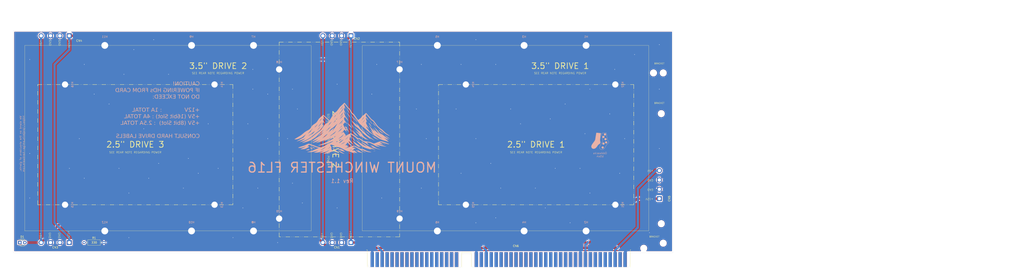
<source format=kicad_pcb>
(kicad_pcb (version 20241229) (generator "pcbnew") (generator_version "9.0")
  (title_block (title "Mount Winchester FL16") (rev "1.1") (company "Oddsocks b5s4"))
  (layers (0 "F.Cu" signal) (2 "B.Cu" signal) (13 "F.Paste" user) (15 "B.Paste" user) (5 "F.SilkS" user "F.Silkscreen") (7 "B.SilkS" user "B.Silkscreen") (1 "F.Mask" user) (3 "B.Mask" user) (25 "Edge.Cuts" user))
  (net 0 "")
  (net 1 "+5V")
  (net 2 "GND")
  (net 3 "+12V")
  (net 94 "Net-(D1-K)")
  (footprint "Connector_Wire:SolderWire-0.75sqmm_1x04_P4.8mm_D1.25mm_OD2.3mm" (layer "F.Cu") (at 78.66 152.4 180)
    (property "Reference" "CN3")
    (property "Value" "Conn_01x04_Pin")
  )
  (footprint "MountingHole:MountingHole_3.2mm_M3" (layer "F.Cu") (at 383 65.34)
    (property "Reference" "H27")
    (property "Value" "MountingHole")
  )
  (footprint "MountingHole:MountingHole_3.2mm_M3" (layer "F.Cu") (at 373 155.34)
    (property "Reference" "H25")
    (property "Value" "MountingHole")
  )
  (footprint "MountingHole:MountingHole_3.2mm_M3" (layer "F.Cu") (at 382 86.22)
    (property "Reference" "H29")
    (property "Value" "MountingHole")
  )
  (footprint "Connector_Wire:SolderWire-0.75sqmm_1x04_P4.8mm_D1.25mm_OD2.3mm" (layer "F.Cu") (at 78.66 46.26 180)
    (property "Reference" "CN4")
    (property "Value" "Conn_01x04_Pin")
  )
  (footprint "LED_THT:LED_D3.0mm" (layer "F.Cu") (at 53.34 152.4)
    (property "Reference" "D1")
    (property "Value" "LED")
  )
  (footprint "MountingHole:MountingHole_3.2mm_M3" (layer "F.Cu") (at 382 142.72)
    (property "Reference" "H30")
    (property "Value" "MountingHole")
  )
  (footprint "Connector_Wire:SolderWire-0.75sqmm_1x04_P4.8mm_D1.25mm_OD2.3mm" (layer "F.Cu") (at 381 129.86 90)
    (property "Reference" "CN5")
    (property "Value" "Conn_01x04_Pin")
  )
  (footprint "Connector_PCBEdge:BUS_AT" (layer "F.Cu") (at 363.4563 161.15)
    (property "Reference" "CN6")
    (property "Value" "Bus_ISA_16bit")
  )
  (footprint "Connector_Wire:SolderWire-0.75sqmm_1x04_P4.8mm_D1.25mm_OD2.3mm" (layer "F.Cu") (at 223 152.4 180)
    (property "Reference" "CN1")
    (property "Value" "Conn_01x04_Pin")
  )
  (footprint "Connector_Wire:SolderWire-0.75sqmm_1x04_P4.8mm_D1.25mm_OD2.3mm" (layer "F.Cu") (at 223 46.26 180)
    (property "Reference" "CN2")
    (property "Value" "Conn_01x04_Pin")
  )
  (footprint "Resistor_THT:R_Axial_DIN0207_L6.3mm_D2.5mm_P10.16mm_Horizontal" (layer "F.Cu") (at 86.28 152.4)
    (property "Reference" "R1")
    (property "Value" "330")
  )
  (footprint "MountingHole:MountingHole_3.2mm_M3" (layer "F.Cu") (at 383 152.72)
    (property "Reference" "H28")
    (property "Value" "MountingHole")
  )
  (footprint "MountingHole:MountingHole_3.2mm_M3" (layer "F.Cu") (at 378 65.34)
    (property "Reference" "H26")
    (property "Value" "MountingHole")
  )
  (footprint "MountingHole:MountingHole_3.5mm_Pad_TopOnly" (layer "B.Cu") (at 96.8725 146.45 180)
    (property "Reference" "H12")
    (property "Value" "MountingHole_Pad")
  )
  (footprint "MountingHole:MountingHole_3.5mm_Pad_TopOnly" (layer "B.Cu") (at 96.8725 51.2 180)
    (property "Reference" "H11")
    (property "Value" "MountingHole_Pad")
  )
  (footprint "MountingHole:MountingHole_3.2mm_M3_DIN965_Pad_TopOnly" (layer "B.Cu") (at 247.92 140.1 180)
    (property "Reference" "H19")
    (property "Value" "MountingHole_Pad")
  )
  (footprint "MountingHole:MountingHole_3.2mm_M3_DIN965_Pad_TopOnly" (layer "B.Cu") (at 358.46 132.98 90)
    (property "Reference" "H21")
    (property "Value" "MountingHole_Pad")
  )
  (footprint "MountingHole:MountingHole_3.2mm_M3_DIN965_Pad_TopOnly" (layer "B.Cu") (at 358.46 71.26 90)
    (property "Reference" "H22")
    (property "Value" "MountingHole_Pad")
  )
  (footprint "MountingHole:MountingHole_3.5mm_Pad_TopOnly" (layer "B.Cu") (at 141.3225 146.45 180)
    (property "Reference" "H10")
    (property "Value" "MountingHole_Pad")
  )
  (footprint "MountingHole:MountingHole_3.2mm_M3_DIN965_Pad_TopOnly" (layer "B.Cu") (at 186.2 63.5 180)
    (property "Reference" "H18")
    (property "Value" "MountingHole_Pad")
  )
  (footprint "MountingHole:MountingHole_3.2mm_M3_DIN965_Pad_TopOnly" (layer "B.Cu") (at 186.2 140.1 180)
    (property "Reference" "H20")
    (property "Value" "MountingHole_Pad")
  )
  (footprint "MountingHole:MountingHole_3.2mm_M3_DIN965_Pad_TopOnly" (layer "B.Cu") (at 76.51 71.26 90)
    (property "Reference" "H16")
    (property "Value" "MountingHole_Pad")
  )
  (footprint "MountingHole:MountingHole_3.2mm_M3_DIN965_Pad_TopOnly" (layer "B.Cu") (at 281.86 71.26 90)
    (property "Reference" "H24")
    (property "Value" "MountingHole_Pad")
  )
  (footprint "MountingHole:MountingHole_3.5mm_Pad_TopOnly" (layer "B.Cu") (at 141.3225 51.2 180)
    (property "Reference" "H9")
    (property "Value" "MountingHole_Pad")
  )
  (footprint "MountingHole:MountingHole_3.2mm_M3_DIN965_Pad_TopOnly" (layer "B.Cu") (at 76.51 132.98 90)
    (property "Reference" "H15")
    (property "Value" "MountingHole_Pad")
  )
  (footprint "MountingHole:MountingHole_3.5mm_Pad_TopOnly" (layer "B.Cu") (at 343.46 51.2 180)
    (property "Reference" "H1")
    (property "Value" "MountingHole_Pad")
  )
  (footprint "MountingHole:MountingHole_3.5mm_Pad_TopOnly" (layer "B.Cu") (at 311.71 146.45 180)
    (property "Reference" "H4")
    (property "Value" "MountingHole_Pad")
  )
  (footprint "MountingHole:MountingHole_3.2mm_M3_DIN965_Pad_TopOnly" (layer "B.Cu") (at 281.86 132.98 90)
    (property "Reference" "H23")
    (property "Value" "MountingHole_Pad")
  )
  (footprint "MountingHole:MountingHole_3.2mm_M3_DIN965_Pad_TopOnly" (layer "B.Cu") (at 153.11 132.98 90)
    (property "Reference" "H13")
    (property "Value" "MountingHole_Pad")
  )
  (footprint "MountingHole:MountingHole_3.5mm_Pad_TopOnly" (layer "B.Cu") (at 267.26 51.2 180)
    (property "Reference" "H5")
    (property "Value" "MountingHole_Pad")
  )
  (footprint "MountingHole:MountingHole_3.2mm_M3_DIN965_Pad_TopOnly" (layer "B.Cu") (at 247.92 63.5 180)
    (property "Reference" "H17")
    (property "Value" "MountingHole_Pad")
  )
  (footprint "LOGO" (layer "B.Cu") (at 218.677046 93.98 180)
    (property "Reference" "G***")
    (property "Value" "LOGO" (hide yes))
  )
  (footprint "MountingHole:MountingHole_3.5mm_Pad_TopOnly" (layer "B.Cu") (at 173.0725 51.2 180)
    (property "Reference" "H7")
    (property "Value" "MountingHole_Pad")
  )
  (footprint "MountingHole:MountingHole_3.5mm_Pad_TopOnly" (layer "B.Cu") (at 311.71 51.2 180)
    (property "Reference" "H3")
    (property "Value" "MountingHole_Pad")
  )
  (footprint "MountingHole:MountingHole_3.2mm_M3_DIN965_Pad_TopOnly" (layer "B.Cu") (at 153.11 71.26 90)
    (property "Reference" "H14")
    (property "Value" "MountingHole_Pad")
  )
  (footprint "MountingHole:MountingHole_3.5mm_Pad_TopOnly" (layer "B.Cu") (at 343.46 146.45 180)
    (property "Reference" "H2")
    (property "Value" "MountingHole_Pad")
  )
  (footprint "MountingHole:MountingHole_3.5mm_Pad_TopOnly" (layer "B.Cu") (at 173.0725 146.45 180)
    (property "Reference" "H8")
    (property "Value" "MountingHole_Pad")
  )
  (footprint "MountingHole:MountingHole_3.5mm_Pad_TopOnly" (layer "B.Cu") (at 267.26 146.45 180)
    (property "Reference" "H6")
    (property "Value" "MountingHole_Pad")
  )
  (gr_rect (start 62.51 71.26) (end 162.51 132.98) (stroke (width 0.2) (type dash_dot_dot)) (fill no) (layer "F.SilkS"))
  (gr_rect (start 228.815 51.2) (end 375.545 146.45) (stroke (width 0.1)) (fill no) (layer "F.SilkS"))
  (gr_rect (start 186.2 49.5) (end 247.92 149.5) (stroke (width 0.2) (type dash_dot_dot)) (fill no) (layer "F.SilkS"))
  (gr_rect (start 55.85 51.2) (end 202.58 146.45) (stroke (width 0.1)) (fill no) (layer "F.SilkS"))
  (gr_rect (start 267.86 71.26) (end 367.86 132.98) (stroke (width 0.2) (type dash_dot_dot)) (fill no) (layer "F.SilkS"))
  (gr_poly (pts (xy 351.986379 103.031625) (xy 352.014754 103.033783) (xy 352.042716 103.037336) (xy 352.07023 103.04225) (xy 352.097262 103.048489) (xy 352.123776 103.056018) (xy 352.149737 103.064802) (xy 352.17511 103.074806) (xy 352.19986 103.085995) (xy 352.223951 103.098334) (xy 352.247349 103.111788) (xy 352.270018 103.126321) (xy 352.291924 103.141898) (xy 352.313031 103.158485) (xy 352.333305 103.176047) (xy 352.352709 103.194547) (xy 352.371209 103.213951) (xy 352.388771 103.234225) (xy 352.405358 103.255332) (xy 352.420935 103.277238) (xy 352.435468 103.299907) (xy 352.448922 103.323305) (xy 352.461261 103.347397) (xy 352.47245 103.372146) (xy 352.482454 103.397519) (xy 352.491238 103.42348) (xy 352.498767 103.449994) (xy 352.505006 103.477026) (xy 352.50992 103.504541) (xy 352.513473 103.532503) (xy 352.515631 103.560878) (xy 352.516358 103.58963) (xy 352.515631 103.618382) (xy 352.513473 103.646757) (xy 352.50992 103.674719) (xy 352.505006 103.702234) (xy 352.498767 103.729266) (xy 352.491238 103.755779) (xy 352.482454 103.78174) (xy 352.47245 103.807113) (xy 352.461261 103.831863) (xy 352.448922 103.855954) (xy 352.435468 103.879352) (xy 352.420935 103.902022) (xy 352.405358 103.923928) (xy 352.388771 103.945035) (xy 352.371209 103.965308) (xy 352.352709 103.984712) (xy 352.333305 104.003213) (xy 352.313031 104.020774) (xy 352.291924 104.037361) (xy 352.270018 104.052939) (xy 352.247349 104.067472) (xy 352.223951 104.080925) (xy 352.19986 104.093264) (xy 352.17511 104.104453) (xy 352.149737 104.114457) (xy 352.123776 104.123242) (xy 352.097262 104.130771) (xy 352.07023 104.13701) (xy 352.042716 104.141923) (xy 352.014754 104.145476) (xy 351.986379 104.147634) (xy 351.957627 104.148361) (xy 351.928874 104.147634) (xy 351.900499 104.145476) (xy 351.872537 104.141923) (xy 351.845023 104.13701) (xy 351.817991 104.130771) (xy 351.791477 104.123242) (xy 351.765516 104.114457) (xy 351.740143 104.104453) (xy 351.715393 104.093264) (xy 351.691302 104.080925) (xy 351.667904 104.067472) (xy 351.645234 104.052939) (xy 351.623328 104.037361) (xy 351.602221 104.020774) (xy 351.581948 104.003213) (xy 351.562544 103.984712) (xy 351.544043 103.965308) (xy 351.526482 103.945035) (xy 351.509895 103.923928) (xy 351.494317 103.902022) (xy 351.479784 103.879352) (xy 351.466331 103.855954) (xy 351.453992 103.831863) (xy 351.442803 103.807113) (xy 351.432799 103.78174) (xy 351.424014 103.755779) (xy 351.416485 103.729266) (xy 351.410246 103.702234) (xy 351.405333 103.674719) (xy 351.40178 103.646757) (xy 351.399622 103.618382) (xy 351.398895 103.58963) (xy 351.399622 103.560878) (xy 351.40178 103.532503) (xy 351.405333 103.504541) (xy 351.410246 103.477026) (xy 351.416485 103.449994) (xy 351.424014 103.42348) (xy 351.432799 103.397519) (xy 351.442803 103.372146) (xy 351.453992 103.347397) (xy 351.466331 103.323305) (xy 351.479784 103.299907) (xy 351.494317 103.277238) (xy 351.509895 103.255332) (xy 351.526482 103.234225) (xy 351.544043 103.213951) (xy 351.562544 103.194547) (xy 351.581948 103.176047) (xy 351.602221 103.158485) (xy 351.623328 103.141898) (xy 351.645234 103.126321) (xy 351.667904 103.111788) (xy 351.691302 103.098334) (xy 351.715393 103.085995) (xy 351.740143 103.074806) (xy 351.765516 103.064802) (xy 351.791477 103.056018) (xy 351.817991 103.048489) (xy 351.845023 103.04225) (xy 351.872537 103.037336) (xy 351.900499 103.033783) (xy 351.928874 103.031625) (xy 351.957627 103.030898)) (fill yes) (layer "B.SilkS"))
  (gr_poly (pts (xy 353.737333 96.054334) (xy 353.758499 96.054334) (xy 353.769083 96.064917) (xy 353.779666 96.064917) (xy 353.822 96.10725) (xy 353.822 96.128417) (xy 353.832583 96.139) (xy 353.832583 96.160167) (xy 353.843166 96.17075) (xy 353.843166 96.23425) (xy 353.85375 96.244834) (xy 353.85375 96.29775) (xy 353.864333 96.308334) (xy 353.864333 96.371834) (xy 353.874916 96.382417) (xy 353.874916 96.435334) (xy 353.8855 96.445917) (xy 353.8855 96.498834) (xy 353.896083 96.509417) (xy 353.896083 96.562334) (xy 353.906667 96.572917) (xy 353.906667 96.636417) (xy 353.917249 96.647) (xy 353.917249 96.699917) (xy 353.927833 96.7105) (xy 353.927833 96.774) (xy 353.938416 96.784584) (xy 353.938416 96.8375) (xy 353.949 96.848084) (xy 353.949 96.901) (xy 353.959583 96.911584) (xy 353.959583 96.9645) (xy 353.970166 96.975084) (xy 353.970166 97.028) (xy 353.98075 97.038584) (xy 353.98075 97.0915) (xy 353.991333 97.102084) (xy 353.991333 97.155) (xy 354.001916 97.165584) (xy 354.001916 97.229084) (xy 354.0125 97.239667) (xy 354.0125 97.292584) (xy 354.023083 97.303167) (xy 354.023083 97.37725) (xy 354.033666 97.387834) (xy 354.033666 97.451334) (xy 354.04425 97.461917) (xy 354.04425 97.525417) (xy 354.054833 97.536) (xy 354.054833 97.588917) (xy 354.065417 97.5995) (xy 354.065417 97.652417) (xy 354.075999 97.663) (xy 354.075999 97.7265) (xy 354.086583 97.737083) (xy 354.086583 97.800584) (xy 354.097166 97.811167) (xy 354.097166 97.864084) (xy 354.10775 97.874667) (xy 354.10775 97.917) (xy 354.118333 97.927584) (xy 354.118333 97.969917) (xy 354.128916 97.9805) (xy 354.128916 98.033417) (xy 354.1395 98.044) (xy 354.1395 98.096917) (xy 354.150083 98.1075) (xy 354.150083 98.160417) (xy 354.160666 98.171) (xy 354.160666 98.2345) (xy 354.17125 98.245084) (xy 354.17125 98.308584) (xy 354.181833 98.319167) (xy 354.181833 98.3615) (xy 354.192416 98.372084) (xy 354.192416 98.435583) (xy 354.203 98.446167) (xy 354.203 98.52025) (xy 354.213583 98.530834) (xy 354.213583 98.58375) (xy 354.224167 98.594333) (xy 354.224167 98.668417) (xy 354.234749 98.679) (xy 354.234749 98.7425) (xy 354.245333 98.753083) (xy 354.245333 98.816583) (xy 354.255916 98.827167) (xy 354.255916 98.890667) (xy 354.266499 98.90125) (xy 354.266499 98.954167) (xy 354.277083 98.96475) (xy 354.277083 99.007084) (xy 354.287666 99.017667) (xy 354.287666 99.06) (xy 354.29825 99.070583) (xy 354.29825 99.102334) (xy 354.308833 99.112917) (xy 354.308833 99.144667) (xy 354.319416 99.15525) (xy 354.319416 99.187) (xy 354.33 99.197584) (xy 354.33 99.229333) (xy 354.340583 99.239917) (xy 354.340583 99.28225) (xy 354.351166 99.292833) (xy 354.351166 99.324583) (xy 354.36175 99.335167) (xy 354.36175 99.366917) (xy 354.372333 99.3775) (xy 354.372333 99.40925) (xy 354.382917 99.419834) (xy 354.382917 99.462167) (xy 354.393499 99.47275) (xy 354.393499 99.5045) (xy 354.404083 99.515084) (xy 354.404083 99.53625) (xy 354.414666 99.546833) (xy 354.414666 99.568) (xy 354.425249 99.578584) (xy 354.425249 99.589167) (xy 354.435833 99.59975) (xy 354.425249 99.610333) (xy 354.446416 99.6315) (xy 354.446416 99.642083) (xy 354.457 99.652667) (xy 354.457 99.673834) (xy 354.467583 99.684417) (xy 354.467583 99.695) (xy 354.478166 99.705583) (xy 354.478166 99.716167) (xy 354.48875 99.72675) (xy 354.48875 99.737334) (xy 354.499333 99.747917) (xy 354.499333 99.769083) (xy 354.509916 99.779667) (xy 354.509916 99.79025) (xy 354.5205 99.800833) (xy 354.5205 99.811417) (xy 354.531083 99.822) (xy 354.531083 99.832584) (xy 354.541667 99.843167) (xy 354.541667 99.85375) (xy 354.562833 99.874917) (xy 354.562833 99.8855) (xy 354.583999 99.906667) (xy 354.583999 99.91725) (xy 354.605166 99.938417) (xy 354.605166 99.949) (xy 354.626333 99.970167) (xy 354.626333 99.98075) (xy 354.658083 100.0125) (xy 354.658083 100.023083) (xy 354.67925 100.04425) (xy 354.67925 100.054834) (xy 354.710999 100.086583) (xy 354.710999 100.097167) (xy 354.732166 100.118333) (xy 354.732166 100.128917) (xy 354.753333 100.150083) (xy 354.753333 100.160667) (xy 354.785083 100.192417) (xy 354.785083 100.203) (xy 354.80625 100.224167) (xy 354.80625 100.23475) (xy 354.838 100.2665) (xy 354.838 100.277083) (xy 354.859167 100.29825) (xy 354.859167 100.308834) (xy 354.880333 100.33) (xy 354.880333 100.340583) (xy 354.901499 100.36175) (xy 354.901499 100.372333) (xy 354.912083 100.382917) (xy 354.912083 100.3935) (xy 354.922666 100.404083) (xy 354.922666 100.414667) (xy 354.943833 100.435833) (xy 354.943833 100.457) (xy 354.954416 100.467584) (xy 354.954416 100.478167) (xy 354.965 100.48875) (xy 354.965 100.499333) (xy 354.975583 100.509917) (xy 354.975583 100.5205) (xy 354.986166 100.531083) (xy 354.986166 100.55225) (xy 354.99675 100.562833) (xy 354.99675 100.584) (xy 355.007333 100.594584) (xy 355.007333 100.626334) (xy 355.017917 100.636917) (xy 355.017917 100.668667) (xy 355.028499 100.67925) (xy 355.028499 100.753334) (xy 355.039083 100.763917) (xy 355.039083 100.880333) (xy 355.028499 100.890917) (xy 355.028499 100.965) (xy 355.017917 100.975583) (xy 355.017917 101.017917) (xy 355.007333 101.0285) (xy 355.007333 101.06025) (xy 354.99675 101.070834) (xy 354.99675 101.092) (xy 354.986166 101.102584) (xy 354.986166 101.12375) (xy 354.975583 101.134333) (xy 354.975583 101.144917) (xy 354.965 101.1555) (xy 354.965 101.176667) (xy 354.954416 101.18725) (xy 354.954416 101.197833) (xy 354.943833 101.208417) (xy 354.943833 101.219) (xy 354.93325 101.229584) (xy 354.93325 101.240167) (xy 354.922666 101.25075) (xy 354.922666 101.261334) (xy 354.912083 101.271916) (xy 354.912083 101.2825) (xy 354.890916 101.303667) (xy 354.890916 101.31425) (xy 354.869749 101.335417) (xy 354.869749 101.346) (xy 354.848583 101.367167) (xy 354.848583 101.37775) (xy 354.816833 101.4095) (xy 354.816833 101.420084) (xy 354.61575 101.621167) (xy 354.605166 101.621167) (xy 354.562833 101.6635) (xy 354.552249 101.6635) (xy 354.509916 101.705834) (xy 354.499333 101.705834) (xy 354.467583 101.737584) (xy 354.457 101.737584) (xy 354.425249 101.769333) (xy 354.414666 101.769333) (xy 354.393499 101.7905) (xy 354.382917 101.7905) (xy 354.319416 101.854) (xy 354.308833 101.854) (xy 354.277083 101.88575) (xy 354.266499 101.88575) (xy 354.086583 102.065666) (xy 354.086583 102.07625) (xy 354.033666 102.129167) (xy 354.033666 102.13975) (xy 353.98075 102.192667) (xy 353.98075 102.20325) (xy 353.938416 102.245583) (xy 353.938416 102.256167) (xy 353.906667 102.287917) (xy 353.906667 102.2985) (xy 353.874916 102.33025) (xy 353.874916 102.340833) (xy 353.843166 102.372584) (xy 353.843166 102.383166) (xy 353.822 102.404333) (xy 353.822 102.414917) (xy 353.800833 102.436083) (xy 353.800833 102.446667) (xy 353.779666 102.467833) (xy 353.779666 102.478417) (xy 353.769083 102.489) (xy 353.769083 102.499583) (xy 353.747917 102.52075) (xy 353.747917 102.531334) (xy 353.737333 102.541916) (xy 353.737333 102.5525) (xy 353.72675 102.563083) (xy 353.72675 102.573667) (xy 353.705583 102.594833) (xy 353.705583 102.605417) (xy 353.695 102.616) (xy 353.695 102.626583) (xy 353.673833 102.64775) (xy 353.673833 102.658333) (xy 353.66325 102.668917) (xy 353.66325 102.6795) (xy 353.652666 102.690084) (xy 353.652666 102.700666) (xy 353.6315 102.721833) (xy 353.6315 102.732417) (xy 353.620916 102.743) (xy 353.620916 102.753583) (xy 353.610333 102.764167) (xy 353.610333 102.77475) (xy 353.599749 102.785333) (xy 353.599749 102.795917) (xy 353.589167 102.8065) (xy 353.589167 102.817083) (xy 353.568 102.83825) (xy 353.568 102.848834) (xy 353.557416 102.859416) (xy 353.557416 102.87) (xy 353.546833 102.880583) (xy 353.546833 102.891167) (xy 353.53625 102.90175) (xy 353.53625 102.912333) (xy 353.515083 102.9335) (xy 353.515083 102.944083) (xy 353.5045 102.954667) (xy 353.5045 102.96525) (xy 353.493916 102.975833) (xy 353.493916 102.986417) (xy 353.483333 102.997) (xy 353.483333 103.007584) (xy 353.47275 103.018166) (xy 353.47275 103.02875) (xy 353.451583 103.049917) (xy 353.451583 103.0605) (xy 353.440999 103.071083) (xy 353.440999 103.081667) (xy 353.430417 103.09225) (xy 353.430417 103.102833) (xy 353.419833 103.113417) (xy 353.419833 103.124) (xy 353.40925 103.134583) (xy 353.40925 103.145167) (xy 353.398666 103.15575) (xy 353.398666 103.166333) (xy 353.3775 103.1875) (xy 353.3775 103.198083) (xy 353.366916 103.208667) (xy 353.366916 103.21925) (xy 353.356333 103.229833) (xy 353.356333 103.240417) (xy 353.34575 103.251) (xy 353.34575 103.261583) (xy 353.335166 103.272167) (xy 353.335166 103.28275) (xy 353.324583 103.293333) (xy 353.324583 103.303917) (xy 353.303416 103.325084) (xy 353.303416 103.34625) (xy 353.282249 103.367417) (xy 353.282249 103.378) (xy 353.271667 103.388583) (xy 353.271667 103.399167) (xy 353.261083 103.40975) (xy 353.261083 103.420333) (xy 353.2505 103.430917) (xy 353.2505 103.4415) (xy 353.239916 103.452083) (xy 353.239916 103.462667) (xy 353.229333 103.47325) (xy 353.229333 103.483834) (xy 353.21875 103.494416) (xy 353.21875 103.505) (xy 353.208166 103.515583) (xy 353.208166 103.526166) (xy 353.187 103.547333) (xy 353.187 103.557917) (xy 353.176416 103.5685) (xy 353.176416 103.579083) (xy 353.165833 103.589667) (xy 353.165833 103.60025) (xy 353.15525 103.610833) (xy 353.15525 103.621417) (xy 353.144666 103.632) (xy 353.144666 103.642584) (xy 353.123499 103.66375) (xy 353.123499 103.674333) (xy 353.112917 103.684916) (xy 353.112917 103.6955) (xy 353.102333 103.706083) (xy 353.102333 103.716667) (xy 353.081166 103.737833) (xy 353.081166 103.748417) (xy 353.070583 103.759) (xy 353.070583 103.769583) (xy 353.049416 103.79075) (xy 353.049416 103.801334) (xy 353.02825 103.8225) (xy 353.02825 103.833083) (xy 353.017666 103.843666) (xy 353.017666 103.85425) (xy 352.9965 103.875417) (xy 352.9965 103.886) (xy 352.975333 103.907167) (xy 352.975333 103.91775) (xy 352.943583 103.9495) (xy 352.943583 103.960084) (xy 352.911833 103.991833) (xy 352.911833 104.002416) (xy 352.8695 104.04475) (xy 352.8695 104.055333) (xy 352.731916 104.192917) (xy 352.721333 104.192917) (xy 352.636667 104.277584) (xy 352.626083 104.277584) (xy 352.58375 104.319916) (xy 352.573166 104.319916) (xy 352.541416 104.351667) (xy 352.530833 104.351667) (xy 352.499083 104.383417) (xy 352.488499 104.383417) (xy 352.45675 104.415167) (xy 352.446167 104.415167) (xy 352.425 104.436333) (xy 352.414416 104.436333) (xy 352.39325 104.4575) (xy 352.382666 104.4575) (xy 352.3615 104.478666) (xy 352.350916 104.478666) (xy 352.329749 104.499833) (xy 352.319167 104.499833) (xy 352.298 104.521) (xy 352.287417 104.521) (xy 352.276833 104.531583) (xy 352.26625 104.531583) (xy 352.255666 104.542167) (xy 352.245083 104.542167) (xy 352.2345 104.55275) (xy 352.223916 104.55275) (xy 352.213333 104.563333) (xy 352.20275 104.563333) (xy 352.192166 104.573917) (xy 352.181583 104.573917) (xy 352.170999 104.5845) (xy 352.160417 104.5845) (xy 352.149833 104.595083) (xy 352.13925 104.595083) (xy 352.128667 104.605666) (xy 352.1075 104.605666) (xy 352.096916 104.61625) (xy 352.086333 104.61625) (xy 352.07575 104.626833) (xy 352.054583 104.626833) (xy 352.044 104.637416) (xy 352.022833 104.637416) (xy 352.012249 104.648) (xy 351.991083 104.648) (xy 351.9805 104.658583) (xy 351.94875 104.658583) (xy 351.938166 104.669167) (xy 351.906416 104.669167) (xy 351.895833 104.67975) (xy 351.864083 104.67975) (xy 351.8535 104.690333) (xy 351.811167 104.690333) (xy 351.800583 104.700917) (xy 351.737083 104.700917) (xy 351.7265 104.7115) (xy 351.610083 104.7115) (xy 351.5995 104.722083) (xy 351.525417 104.722083) (xy 351.514833 104.7115) (xy 351.398416 104.7115) (xy 351.387833 104.700917) (xy 351.3455 104.700917) (xy 351.334917 104.690333) (xy 351.292583 104.690333) (xy 351.282 104.67975) (xy 351.25025 104.67975) (xy 351.239666 104.669167) (xy 351.2185 104.669167) (xy 351.207917 104.658583) (xy 351.18675 104.658583) (xy 351.176166 104.648) (xy 351.155 104.648) (xy 351.144416 104.637416) (xy 351.133833 104.637416) (xy 351.12325 104.626833) (xy 351.112666 104.626833) (xy 351.102083 104.61625) (xy 351.0915 104.61625) (xy 351.080916 104.605666) (xy 351.070333 104.605666) (xy 351.05975 104.595083) (xy 351.049167 104.595083) (xy 351.038583 104.5845) (xy 351.028 104.5845) (xy 351.017416 104.573917) (xy 351.006833 104.573917) (xy 350.99625 104.563333) (xy 350.985666 104.563333) (xy 350.975083 104.55275) (xy 350.9645 104.55275) (xy 350.943333 104.531583) (xy 350.93275 104.531583) (xy 350.911583 104.510417) (xy 350.901 104.510417) (xy 350.879833 104.48925) (xy 350.86925 104.48925) (xy 350.8375 104.4575) (xy 350.826916 104.4575) (xy 350.784583 104.415167) (xy 350.774 104.415167) (xy 350.689333 104.3305) (xy 350.689333 104.319916) (xy 350.636417 104.267) (xy 350.636417 104.256417) (xy 350.604666 104.224667) (xy 350.604666 104.214083) (xy 350.5835 104.192917) (xy 350.5835 104.182333) (xy 350.562333 104.161166) (xy 350.562333 104.150583) (xy 350.55175 104.14) (xy 350.55175 104.129416) (xy 350.541166 104.118833) (xy 350.541166 104.10825) (xy 350.530583 104.097667) (xy 350.530583 104.087083) (xy 350.52 104.0765) (xy 350.52 104.065917) (xy 350.509416 104.055333) (xy 350.509416 104.04475) (xy 350.498833 104.034167) (xy 350.498833 104.023583) (xy 350.48825 104.013) (xy 350.48825 103.991833) (xy 350.477667 103.98125) (xy 350.477667 103.970666) (xy 350.467083 103.960084) (xy 350.467083 103.938917) (xy 350.4565 103.928333) (xy 350.4565 103.907167) (xy 350.445916 103.896583) (xy 350.445916 103.864833) (xy 350.435333 103.85425) (xy 350.435333 103.8225) (xy 350.42475 103.811916) (xy 350.42475 103.769583) (xy 350.414167 103.759) (xy 350.414167 103.6955) (xy 350.403583 103.684916) (xy 350.403583 103.430917) (xy 350.414167 103.420333) (xy 350.414167 103.356833) (xy 350.42475 103.34625) (xy 350.42475 103.303917) (xy 350.435333 103.293333) (xy 350.435333 103.261583) (xy 350.445916 103.251) (xy 350.445916 103.21925) (xy 350.4565 103.208667) (xy 350.4565 103.1875) (xy 350.467083 103.176916) (xy 350.467083 103.145167) (xy 350.477667 103.134583) (xy 350.477667 103.124) (xy 350.48825 103.113417) (xy 350.48825 103.09225) (xy 350.498833 103.081667) (xy 350.498833 103.0605) (xy 350.509416 103.049917) (xy 350.509416 103.02875) (xy 350.52 103.018166) (xy 350.52 102.997) (xy 350.530583 102.986417) (xy 350.530583 102.975833) (xy 350.541166 102.96525) (xy 350.541166 102.954667) (xy 350.55175 102.944083) (xy 350.55175 102.922917) (xy 350.562333 102.912333) (xy 350.562333 102.90175) (xy 350.572917 102.891167) (xy 350.572917 102.880583) (xy 350.5835 102.87) (xy 350.5835 102.859416) (xy 350.594083 102.848834) (xy 350.594083 102.827667) (xy 350.604666 102.817083) (xy 350.604666 102.8065) (xy 350.61525 102.795917) (xy 350.61525 102.785333) (xy 350.625833 102.77475) (xy 350.625833 102.764167) (xy 350.636417 102.753583) (xy 350.636417 102.743) (xy 350.657583 102.721833) (xy 350.657583 102.71125) (xy 350.668166 102.700666) (xy 350.668166 102.690084) (xy 350.67875 102.6795) (xy 350.67875 102.668917) (xy 350.689333 102.658333) (xy 350.689333 102.64775) (xy 350.699916 102.637167) (xy 350.699916 102.626583) (xy 350.7105 102.616) (xy 350.7105 102.605417) (xy 350.721083 102.594833) (xy 350.721083 102.58425) (xy 350.731667 102.573667) (xy 350.731667 102.563083) (xy 350.752833 102.541916) (xy 350.752833 102.52075) (xy 350.774 102.499583) (xy 350.774 102.489) (xy 350.784583 102.478417) (xy 350.784583 102.467833) (xy 350.795167 102.45725) (xy 350.795167 102.446667) (xy 350.816333 102.4255) (xy 350.816333 102.414917) (xy 350.826916 102.404333) (xy 350.826916 102.39375) (xy 350.8375 102.383166) (xy 350.8375 102.372584) (xy 350.848083 102.362) (xy 350.848083 102.351417) (xy 350.86925 102.33025) (xy 350.86925 102.319667) (xy 350.890417 102.2985) (xy 350.890417 102.287917) (xy 350.901 102.277333) (xy 350.901 102.26675) (xy 350.922166 102.245583) (xy 350.922166 102.235) (xy 350.93275 102.224416) (xy 350.93275 102.213834) (xy 350.953917 102.192667) (xy 350.953917 102.182083) (xy 350.9645 102.1715) (xy 350.9645 102.160917) (xy 350.985666 102.13975) (xy 350.985666 102.129167) (xy 350.99625 102.118583) (xy 350.99625 102.108) (xy 351.006833 102.097417) (xy 351.006833 102.086833) (xy 351.028 102.065666) (xy 351.028 102.055084) (xy 351.038583 102.0445) (xy 351.038583 102.033917) (xy 351.05975 102.01275) (xy 351.05975 102.002167) (xy 351.070333 101.991583) (xy 351.070333 101.981) (xy 351.0915 101.959833) (xy 351.0915 101.94925) (xy 351.102083 101.938667) (xy 351.102083 101.928083) (xy 351.12325 101.906916) (xy 351.12325 101.896334) (xy 351.133833 101.88575) (xy 351.133833 101.875167) (xy 351.155 101.854) (xy 351.155 101.843417) (xy 351.165583 101.832833) (xy 351.165583 101.82225) (xy 351.176166 101.811667) (xy 351.176166 101.801083) (xy 351.197333 101.779917) (xy 351.197333 101.769333) (xy 351.2185 101.748166) (xy 351.2185 101.737584) (xy 351.239666 101.716417) (xy 351.239666 101.69525) (xy 351.260833 101.674083) (xy 351.260833 101.6635) (xy 351.271416 101.652917) (xy 351.271416 101.642333) (xy 351.292583 101.621167) (xy 351.292583 101.610583) (xy 351.303166 101.6) (xy 351.303166 101.589416) (xy 351.31375 101.578834) (xy 351.31375 101.56825) (xy 351.324333 101.557667) (xy 351.324333 101.547084) (xy 351.3455 101.525917) (xy 351.3455 101.515333) (xy 351.356083 101.50475) (xy 351.356083 101.494167) (xy 351.366667 101.483583) (xy 351.366667 101.473) (xy 351.387833 101.451833) (xy 351.387833 101.44125) (xy 351.398416 101.430666) (xy 351.398416 101.420084) (xy 351.409 101.4095) (xy 351.409 101.398917) (xy 351.430166 101.37775) (xy 351.430166 101.367167) (xy 351.44075 101.356583) (xy 351.44075 101.346) (xy 351.451333 101.335417) (xy 351.451333 101.324833) (xy 351.4725 101.303667) (xy 351.4725 101.293083) (xy 351.483083 101.2825) (xy 351.483083 101.271916) (xy 351.493667 101.261334) (xy 351.493667 101.25075) (xy 351.514833 101.229584) (xy 351.514833 101.219) (xy 351.525417 101.208417) (xy 351.525417 101.197833) (xy 351.536 101.18725) (xy 351.536 101.176667) (xy 351.557166 101.1555) (xy 351.557166 101.144917) (xy 351.56775 101.134333) (xy 351.56775 101.12375) (xy 351.588916 101.102584) (xy 351.588916 101.092) (xy 351.5995 101.081417) (xy 351.5995 101.070834) (xy 351.610083 101.06025) (xy 351.610083 101.049667) (xy 351.63125 101.0285) (xy 351.63125 101.017917) (xy 351.641833 101.007333) (xy 351.641833 100.99675) (xy 351.663 100.975583) (xy 351.663 100.965) (xy 351.684167 100.943834) (xy 351.684167 100.93325) (xy 351.69475 100.922667) (xy 351.69475 100.912084) (xy 351.715916 100.890917) (xy 351.715916 100.880333) (xy 351.7265 100.86975) (xy 351.7265 100.859167) (xy 351.747666 100.838) (xy 351.747666 100.827417) (xy 351.75825 100.816833) (xy 351.75825 100.80625) (xy 351.79 100.7745) (xy 351.79 100.753334) (xy 351.800583 100.74275) (xy 351.800583 100.732167) (xy 351.82175 100.711) (xy 351.82175 100.700417) (xy 351.832333 100.689833) (xy 351.832333 100.67925) (xy 351.842916 100.668667) (xy 351.842916 100.6475) (xy 351.8535 100.636917) (xy 351.8535 100.61575) (xy 351.864083 100.605167) (xy 351.864083 100.584) (xy 351.874666 100.573417) (xy 351.874666 100.55225) (xy 351.88525 100.541667) (xy 351.88525 100.5205) (xy 351.895833 100.509917) (xy 351.895833 100.48875) (xy 351.906416 100.478167) (xy 351.906416 100.446417) (xy 351.917 100.435833) (xy 351.917 100.404083) (xy 351.927583 100.3935) (xy 351.927583 100.36175) (xy 351.938166 100.351167) (xy 351.938166 100.308834) (xy 351.94875 100.29825) (xy 351.94875 100.245333) (xy 351.959333 100.23475) (xy 351.959333 100.150083) (xy 351.969917 100.1395) (xy 351.969917 99.927833) (xy 351.959333 99.91725) (xy 351.959333 99.800833) (xy 351.94875 99.79025) (xy 351.94875 99.716167) (xy 351.938166 99.705583) (xy 351.94875 99.695) (xy 351.938166 99.684417) (xy 351.938166 99.589167) (xy 351.927583 99.578584) (xy 351.927583 99.568) (xy 351.938166 99.557417) (xy 351.927583 99.546833) (xy 351.927583 99.430417) (xy 351.917 99.419834) (xy 351.917 99.335167) (xy 351.906416 99.324583) (xy 351.906416 99.271667) (xy 351.895833 99.261084) (xy 351.895833 99.208167) (xy 351.88525 99.197584) (xy 351.88525 99.15525) (xy 351.874666 99.144667) (xy 351.874666 99.102334) (xy 351.864083 99.09175) (xy 351.864083 99.049417) (xy 351.8535 99.038834) (xy 351.8535 98.985917) (xy 351.842916 98.975333) (xy 351.842916 98.922417) (xy 351.832333 98.911833) (xy 351.832333 98.858917) (xy 351.82175 98.848334) (xy 351.82175 98.806) (xy 351.811167 98.795417) (xy 351.811167 98.753083) (xy 351.800583 98.7425) (xy 351.800583 98.689584) (xy 351.79 98.679) (xy 351.79 98.636667) (xy 351.779416 98.626084) (xy 351.779416 98.573167) (xy 351.768833 98.562584) (xy 351.768833 98.499083) (xy 351.75825 98.4885) (xy 351.75825 98.435583) (xy 351.747666 98.425) (xy 351.747666 98.3615) (xy 351.737083 98.350917) (xy 351.737083 98.308584) (xy 351.7265 98.298) (xy 351.7265 98.255667) (xy 351.715916 98.245084) (xy 351.715916 98.192167) (xy 351.705333 98.181583) (xy 351.705333 98.13925) (xy 351.69475 98.128667) (xy 351.69475 98.07575) (xy 351.684167 98.065167) (xy 351.684167 98.022833) (xy 351.673583 98.01225) (xy 351.673583 97.959333) (xy 351.663 97.94875) (xy 351.663 97.895833) (xy 351.652417 97.88525) (xy 351.652417 97.842917) (xy 351.641833 97.832334) (xy 351.641833 97.779417) (xy 351.63125 97.768834) (xy 351.63125 97.715917) (xy 351.620666 97.705334) (xy 351.620666 97.652417) (xy 351.610083 97.641834) (xy 351.610083 97.588917) (xy 351.5995 97.578334) (xy 351.5995 97.525417) (xy 351.588916 97.514834) (xy 351.588916 97.451334) (xy 351.578333 97.44075) (xy 351.578333 97.37725) (xy 351.56775 97.366667) (xy 351.56775 97.271417) (xy 351.557166 97.260834) (xy 351.557166 97.207917) (xy 351.546583 97.197334) (xy 351.546583 97.144417) (xy 351.536 97.133834) (xy 351.536 97.080917) (xy 351.525417 97.070334) (xy 351.525417 97.017417) (xy 351.514833 97.006834) (xy 351.514833 96.953917) (xy 351.50425 96.943334) (xy 351.50425 96.890417) (xy 351.493667 96.879834) (xy 351.493667 96.826917) (xy 351.483083 96.816334) (xy 351.483083 96.763417) (xy 351.4725 96.752834) (xy 351.4725 96.699917) (xy 351.461916 96.689334) (xy 351.461916 96.625834) (xy 351.451333 96.61525) (xy 351.451333 96.562334) (xy 351.44075 96.55175) (xy 351.44075 96.498834) (xy 351.430166 96.48825) (xy 351.430166 96.42475) (xy 351.44075 96.414167) (xy 351.44075 96.403584) (xy 351.451333 96.393) (xy 351.451333 96.382417) (xy 351.483083 96.350667) (xy 351.493667 96.350667) (xy 351.50425 96.340084) (xy 351.514833 96.340084) (xy 351.525417 96.3295) (xy 351.557166 96.3295) (xy 351.56775 96.318917) (xy 351.63125 96.318917) (xy 351.641833 96.308334) (xy 351.705333 96.308334) (xy 351.715916 96.29775) (xy 351.779416 96.29775) (xy 351.79 96.287167) (xy 351.864083 96.287167) (xy 351.874666 96.276584) (xy 351.938166 96.276584) (xy 351.94875 96.266) (xy 352.012249 96.266) (xy 352.022833 96.255417) (xy 352.096916 96.255417) (xy 352.1075 96.244834) (xy 352.181583 96.244834) (xy 352.192166 96.23425) (xy 352.255666 96.23425) (xy 352.26625 96.223667) (xy 352.350916 96.223667) (xy 352.3615 96.213084) (xy 352.425 96.213084) (xy 352.435583 96.2025) (xy 352.509666 96.2025) (xy 352.52025 96.191917) (xy 352.594333 96.191917) (xy 352.604917 96.181334) (xy 352.668416 96.181334) (xy 352.679 96.17075) (xy 352.7425 96.17075) (xy 352.753083 96.160167) (xy 352.827166 96.160167) (xy 352.83775 96.149584) (xy 352.90125 96.149584) (xy 352.911833 96.139) (xy 352.985916 96.139) (xy 352.9965 96.128417) (xy 353.06 96.128417) (xy 353.070583 96.117834) (xy 353.134083 96.117834) (xy 353.144666 96.10725) (xy 353.208166 96.10725) (xy 353.21875 96.096667) (xy 353.282249 96.096667) (xy 353.292833 96.086084) (xy 353.3775 96.086084) (xy 353.388083 96.0755) (xy 353.462166 96.0755) (xy 353.47275 96.064917) (xy 353.546833 96.064917) (xy 353.557416 96.054334) (xy 353.6315 96.054334) (xy 353.642083 96.04375) (xy 353.72675 96.04375)) (stroke (width 0.105833)) (fill no) (layer "B.SilkS"))
  (gr_poly (pts (xy 353.427062 98.771674) (xy 353.455437 98.773832) (xy 353.4834 98.777385) (xy 353.510914 98.782299) (xy 353.537946 98.788538) (xy 353.56446 98.796067) (xy 353.590421 98.804851) (xy 353.615794 98.814855) (xy 353.640544 98.826044) (xy 353.664635 98.838383) (xy 353.688033 98.851837) (xy 353.710702 98.86637) (xy 353.732608 98.881948) (xy 353.753715 98.898535) (xy 353.773989 98.916096) (xy 353.793393 98.934596) (xy 353.811894 98.954) (xy 353.829455 98.974274) (xy 353.846042 98.995381) (xy 353.861619 99.017287) (xy 353.876152 99.039956) (xy 353.889606 99.063354) (xy 353.901945 99.087446) (xy 353.913134 99.112195) (xy 353.923138 99.137568) (xy 353.931922 99.163529) (xy 353.939452 99.190043) (xy 353.94569 99.217075) (xy 353.950604 99.24459) (xy 353.954157 99.272552) (xy 353.956315 99.300927) (xy 353.957042 99.329679) (xy 353.956315 99.358431) (xy 353.954157 99.386806) (xy 353.950604 99.414768) (xy 353.94569 99.442283) (xy 353.939452 99.469314) (xy 353.931922 99.495828) (xy 353.923138 99.521789) (xy 353.913134 99.547162) (xy 353.901945 99.571912) (xy 353.889606 99.596003) (xy 353.876152 99.619401) (xy 353.861619 99.642071) (xy 353.846042 99.663977) (xy 353.829455 99.685084) (xy 353.811894 99.705357) (xy 353.793393 99.724761) (xy 353.773989 99.743262) (xy 353.753715 99.760823) (xy 353.732608 99.77741) (xy 353.710702 99.792988) (xy 353.688033 99.807521) (xy 353.664635 99.820974) (xy 353.640544 99.833313) (xy 353.615794 99.844502) (xy 353.590421 99.854507) (xy 353.56446 99.863291) (xy 353.537946 99.87082) (xy 353.510914 99.877059) (xy 353.4834 99.881972) (xy 353.455437 99.885526) (xy 353.427062 99.887683) (xy 353.39831 99.88841) (xy 353.369558 99.887683) (xy 353.341183 99.885526) (xy 353.313221 99.881972) (xy 353.285706 99.877059) (xy 353.258675 99.87082) (xy 353.232161 99.863291) (xy 353.2062 99.854507) (xy 353.180827 99.844502) (xy 353.156077 99.833313) (xy 353.131986 99.820974) (xy 353.108588 99.807521) (xy 353.085918 99.792988) (xy 353.064013 99.77741) (xy 353.042905 99.760823) (xy 353.022632 99.743262) (xy 353.003228 99.724761) (xy 352.984727 99.705357) (xy 352.967166 99.685084) (xy 352.950579 99.663977) (xy 352.935002 99.642071) (xy 352.920469 99.619401) (xy 352.907015 99.596003) (xy 352.894676 99.571912) (xy 352.883487 99.547162) (xy 352.873483 99.521789) (xy 352.864699 99.495828) (xy 352.857169 99.469314) (xy 352.850931 99.442283) (xy 352.846017 99.414768) (xy 352.842464 99.386806) (xy 352.840306 99.358431) (xy 352.839579 99.329679) (xy 352.840306 99.300927) (xy 352.842464 99.272552) (xy 352.846017 99.24459) (xy 352.850931 99.217075) (xy 352.857169 99.190043) (xy 352.864699 99.163529) (xy 352.873483 99.137568) (xy 352.883487 99.112195) (xy 352.894676 99.087446) (xy 352.907015 99.063354) (xy 352.920469 99.039956) (xy 352.935002 99.017287) (xy 352.950579 98.995381) (xy 352.967166 98.974274) (xy 352.984727 98.954) (xy 353.003228 98.934596) (xy 353.022632 98.916096) (xy 353.042905 98.898535) (xy 353.064013 98.881948) (xy 353.085918 98.86637) (xy 353.108588 98.851837) (xy 353.131986 98.838383) (xy 353.156077 98.826044) (xy 353.180827 98.814855) (xy 353.2062 98.804851) (xy 353.232161 98.796067) (xy 353.258675 98.788538) (xy 353.285706 98.782299) (xy 353.313221 98.777385) (xy 353.341183 98.773832) (xy 353.369558 98.771674) (xy 353.39831 98.770947)) (fill yes) (layer "B.SilkS"))
  (gr_poly (pts (xy 352.402066 101.027511) (xy 352.430441 101.029669) (xy 352.458403 101.033222) (xy 352.485918 101.038135) (xy 352.512949 101.044374) (xy 352.539463 101.051903) (xy 352.565424 101.060688) (xy 352.590797 101.070692) (xy 352.615547 101.081881) (xy 352.639638 101.09422) (xy 352.663036 101.107673) (xy 352.685706 101.122206) (xy 352.707611 101.137784) (xy 352.728719 101.154371) (xy 352.748992 101.171932) (xy 352.768396 101.190433) (xy 352.786897 101.209837) (xy 352.804458 101.23011) (xy 352.821045 101.251217) (xy 352.836622 101.273123) (xy 352.851156 101.295793) (xy 352.864609 101.319191) (xy 352.876948 101.343282) (xy 352.888137 101.368032) (xy 352.898141 101.393405) (xy 352.906925 101.419366) (xy 352.914455 101.445879) (xy 352.920693 101.472911) (xy 352.925607 101.500426) (xy 352.92916 101.528388) (xy 352.931318 101.556763) (xy 352.932045 101.585515) (xy 352.931318 101.614267) (xy 352.92916 101.642642) (xy 352.925607 101.670604) (xy 352.920693 101.698119) (xy 352.914455 101.725151) (xy 352.906925 101.751665) (xy 352.898141 101.777626) (xy 352.888137 101.802998) (xy 352.876948 101.827748) (xy 352.864609 101.85184) (xy 352.851156 101.875238) (xy 352.836622 101.897907) (xy 352.821045 101.919813) (xy 352.804458 101.94092) (xy 352.786897 101.961193) (xy 352.768396 101.980598) (xy 352.748992 101.999098) (xy 352.728719 102.016659) (xy 352.707611 102.033246) (xy 352.685706 102.048824) (xy 352.663036 102.063357) (xy 352.639638 102.076811) (xy 352.615547 102.08915) (xy 352.590797 102.100339) (xy 352.565424 102.110343) (xy 352.539463 102.119127) (xy 352.512949 102.126656) (xy 352.485918 102.132895) (xy 352.458403 102.137809) (xy 352.430441 102.141362) (xy 352.402066 102.14352) (xy 352.373314 102.144247) (xy 352.344562 102.14352) (xy 352.316187 102.141362) (xy 352.288224 102.137809) (xy 352.26071 102.132895) (xy 352.233678 102.126656) (xy 352.207164 102.119127) (xy 352.181203 102.110343) (xy 352.15583 102.100339) (xy 352.131081 102.08915) (xy 352.106989 102.076811) (xy 352.083591 102.063357) (xy 352.060922 102.048824) (xy 352.039016 102.033246) (xy 352.017909 102.016659) (xy 351.997635 101.999098) (xy 351.978231 101.980598) (xy 351.95973 101.961193) (xy 351.942169 101.94092) (xy 351.925582 101.919813) (xy 351.910005 101.897907) (xy 351.895472 101.875238) (xy 351.882018 101.85184) (xy 351.869679 101.827748) (xy 351.85849 101.802998) (xy 351.848486 101.777626) (xy 351.839702 101.751665) (xy 351.832172 101.725151) (xy 351.825934 101.698119) (xy 351.82102 101.670604) (xy 351.817467 101.642642) (xy 351.815309 101.614267) (xy 351.814582 101.585515) (xy 351.815309 101.556763) (xy 351.817467 101.528388) (xy 351.82102 101.500426) (xy 351.825934 101.472911) (xy 351.832172 101.445879) (xy 351.839702 101.419366) (xy 351.848486 101.393405) (xy 351.85849 101.368032) (xy 351.869679 101.343282) (xy 351.882018 101.319191) (xy 351.895472 101.295793) (xy 351.910005 101.273123) (xy 351.925582 101.251217) (xy 351.942169 101.23011) (xy 351.95973 101.209837) (xy 351.978231 101.190433) (xy 351.997635 101.171932) (xy 352.017909 101.154371) (xy 352.039016 101.137784) (xy 352.060922 101.122206) (xy 352.083591 101.107673) (xy 352.106989 101.09422) (xy 352.131081 101.081881) (xy 352.15583 101.070692) (xy 352.181203 101.060688) (xy 352.207164 101.051903) (xy 352.233678 101.044374) (xy 352.26071 101.038135) (xy 352.288224 101.033222) (xy 352.316187 101.029669) (xy 352.344562 101.027511) (xy 352.373314 101.026784)) (fill yes) (layer "B.SilkS"))
  (gr_poly (pts (xy 352.387073 97.635476) (xy 352.415448 97.637634) (xy 352.44341 97.641187) (xy 352.470924 97.646101) (xy 352.497956 97.65234) (xy 352.52447 97.659869) (xy 352.550431 97.668653) (xy 352.575804 97.678657) (xy 352.600554 97.689846) (xy 352.624645 97.702185) (xy 352.648043 97.715639) (xy 352.670712 97.730172) (xy 352.692618 97.74575) (xy 352.713725 97.762336) (xy 352.733999 97.779898) (xy 352.753403 97.798398) (xy 352.771903 97.817802) (xy 352.789465 97.838076) (xy 352.806052 97.859183) (xy 352.821629 97.881089) (xy 352.836162 97.903758) (xy 352.849616 97.927156) (xy 352.861955 97.951248) (xy 352.873144 97.975997) (xy 352.883148 98.00137) (xy 352.891932 98.027331) (xy 352.899461 98.053845) (xy 352.9057 98.080877) (xy 352.910614 98.108391) (xy 352.914167 98.136354) (xy 352.916325 98.164728) (xy 352.917052 98.193481) (xy 352.916325 98.222233) (xy 352.914167 98.250608) (xy 352.910614 98.27857) (xy 352.9057 98.306085) (xy 352.899461 98.333116) (xy 352.891932 98.35963) (xy 352.883148 98.385591) (xy 352.873144 98.410964) (xy 352.861955 98.435714) (xy 352.849616 98.459805) (xy 352.836162 98.483203) (xy 352.821629 98.505873) (xy 352.806052 98.527779) (xy 352.789465 98.548886) (xy 352.771903 98.569159) (xy 352.753403 98.588563) (xy 352.733999 98.607064) (xy 352.713725 98.624625) (xy 352.692618 98.641212) (xy 352.670712 98.65679) (xy 352.648043 98.671323) (xy 352.624645 98.684776) (xy 352.600554 98.697115) (xy 352.575804 98.708304) (xy 352.550431 98.718308) (xy 352.52447 98.727093) (xy 352.497956 98.734622) (xy 352.470924 98.740861) (xy 352.44341 98.745774) (xy 352.415448 98.749327) (xy 352.387073 98.751485) (xy 352.358321 98.752212) (xy 352.329568 98.751485) (xy 352.301193 98.749327) (xy 352.273231 98.745774) (xy 352.245717 98.740861) (xy 352.218685 98.734622) (xy 352.192171 98.727093) (xy 352.16621 98.718308) (xy 352.140837 98.708304) (xy 352.116087 98.697115) (xy 352.091996 98.684776) (xy 352.068598 98.671323) (xy 352.045928 98.65679) (xy 352.024022 98.641212) (xy 352.002915 98.624625) (xy 351.982642 98.607064) (xy 351.963238 98.588563) (xy 351.944737 98.569159) (xy 351.927176 98.548886) (xy 351.910589 98.527779) (xy 351.895011 98.505873) (xy 351.880478 98.483203) (xy 351.867025 98.459805) (xy 351.854686 98.435714) (xy 351.843497 98.410964) (xy 351.833493 98.385591) (xy 351.824708 98.35963) (xy 351.817179 98.333116) (xy 351.81094 98.306085) (xy 351.806027 98.27857) (xy 351.802474 98.250608) (xy 351.800316 98.222233) (xy 351.799589 98.193481) (xy 351.800316 98.164728) (xy 351.802474 98.136354) (xy 351.806027 98.108391) (xy 351.81094 98.080877) (xy 351.817179 98.053845) (xy 351.824708 98.027331) (xy 351.833493 98.00137) (xy 351.843497 97.975997) (xy 351.854686 97.951248) (xy 351.867025 97.927156) (xy 351.880478 97.903758) (xy 351.895011 97.881089) (xy 351.910589 97.859183) (xy 351.927176 97.838076) (xy 351.944737 97.817802) (xy 351.963238 97.798398) (xy 351.982642 97.779898) (xy 352.002915 97.762336) (xy 352.024022 97.74575) (xy 352.045928 97.730172) (xy 352.068598 97.715639) (xy 352.091996 97.702185) (xy 352.116087 97.689846) (xy 352.140837 97.678657) (xy 352.16621 97.668653) (xy 352.192171 97.659869) (xy 352.218685 97.65234) (xy 352.245717 97.646101) (xy 352.273231 97.641187) (xy 352.301193 97.637634) (xy 352.329568 97.635476) (xy 352.358321 97.634749)) (fill yes) (layer "B.SilkS"))
  (gr_poly (pts (xy 353.775281 100.436082) (xy 353.803656 100.438239) (xy 353.831619 100.441793) (xy 353.859133 100.446706) (xy 353.886165 100.452945) (xy 353.912679 100.460474) (xy 353.93864 100.469259) (xy 353.964013 100.479263) (xy 353.988763 100.490452) (xy 354.012854 100.502791) (xy 354.036252 100.516244) (xy 354.058921 100.530777) (xy 354.080827 100.546355) (xy 354.101934 100.562942) (xy 354.122208 100.580503) (xy 354.141612 100.599004) (xy 354.160113 100.618408) (xy 354.177674 100.638681) (xy 354.194261 100.659788) (xy 354.209838 100.681694) (xy 354.224371 100.704364) (xy 354.237825 100.727762) (xy 354.250164 100.751853) (xy 354.261353 100.776603) (xy 354.271357 100.801976) (xy 354.280141 100.827937) (xy 354.287671 100.854451) (xy 354.293909 100.881482) (xy 354.298823 100.908997) (xy 354.302376 100.936959) (xy 354.304534 100.965334) (xy 354.305261 100.994086) (xy 354.304534 101.022838) (xy 354.302376 101.051213) (xy 354.298823 101.079175) (xy 354.293909 101.10669) (xy 354.287671 101.133722) (xy 354.280141 101.160236) (xy 354.271357 101.186197) (xy 354.261353 101.211569) (xy 354.250164 101.236319) (xy 354.237825 101.260411) (xy 354.224371 101.283809) (xy 354.209838 101.306478) (xy 354.194261 101.328384) (xy 354.177674 101.349491) (xy 354.160113 101.369764) (xy 354.141612 101.389169) (xy 354.122208 101.407669) (xy 354.101934 101.42523) (xy 354.080827 101.441817) (xy 354.058921 101.457395) (xy 354.036252 101.471928) (xy 354.012854 101.485381) (xy 353.988763 101.49772) (xy 353.964013 101.508909) (xy 353.93864 101.518914) (xy 353.912679 101.527698) (xy 353.886165 101.535227) (xy 353.859133 101.541466) (xy 353.831619 101.546379) (xy 353.803656 101.549933) (xy 353.775281 101.55209) (xy 353.746529 101.552817) (xy 353.717777 101.55209) (xy 353.689402 101.549933) (xy 353.66144 101.546379) (xy 353.633925 101.541466) (xy 353.606894 101.535227) (xy 353.58038 101.527698) (xy 353.554419 101.518914) (xy 353.529046 101.508909) (xy 353.504296 101.49772) (xy 353.480205 101.485381) (xy 353.456807 101.471928) (xy 353.434137 101.457395) (xy 353.412232 101.441817) (xy 353.391124 101.42523) (xy 353.370851 101.407669) (xy 353.351447 101.389169) (xy 353.332946 101.369764) (xy 353.315385 101.349491) (xy 353.298798 101.328384) (xy 353.283221 101.306478) (xy 353.268688 101.283809) (xy 353.255234 101.260411) (xy 353.242895 101.236319) (xy 353.231706 101.211569) (xy 353.221702 101.186197) (xy 353.212918 101.160236) (xy 353.205388 101.133722) (xy 353.19915 101.10669) (xy 353.194236 101.079175) (xy 353.190683 101.051213) (xy 353.188525 101.022838) (xy 353.187798 100.994086) (xy 353.188525 100.965334) (xy 353.190683 100.936959) (xy 353.194236 100.908997) (xy 353.19915 100.881482) (xy 353.205388 100.854451) (xy 353.212918 100.827937) (xy 353.221702 100.801976) (xy 353.231706 100.776603) (xy 353.242895 100.751853) (xy 353.255234 100.727762) (xy 353.268688 100.704364) (xy 353.283221 100.681694) (xy 353.298798 100.659788) (xy 353.315385 100.638681) (xy 353.332946 100.618408) (xy 353.351447 100.599004) (xy 353.370851 100.580503) (xy 353.391124 100.562942) (xy 353.412232 100.546355) (xy 353.434137 100.530777) (xy 353.456807 100.516244) (xy 353.480205 100.502791) (xy 353.504296 100.490452) (xy 353.529046 100.479263) (xy 353.554419 100.469259) (xy 353.58038 100.460474) (xy 353.606894 100.452945) (xy 353.633925 100.446706) (xy 353.66144 100.441793) (xy 353.689402 100.438239) (xy 353.717777 100.436082) (xy 353.746529 100.435355)) (fill yes) (layer "B.SilkS"))
  (gr_poly (pts (xy 348.9325 96.022584) (xy 349.017166 96.022584) (xy 349.02775 96.033167) (xy 349.133583 96.033167) (xy 349.144167 96.04375) (xy 349.239416 96.04375) (xy 349.25 96.054334) (xy 349.334666 96.054334) (xy 349.34525 96.064917) (xy 349.4405 96.064917) (xy 349.451083 96.0755) (xy 349.546333 96.0755) (xy 349.556916 96.086084) (xy 349.652166 96.086084) (xy 349.66275 96.096667) (xy 349.758 96.096667) (xy 349.768583 96.10725) (xy 349.85325 96.10725) (xy 349.863833 96.117834) (xy 349.9485 96.117834) (xy 349.959083 96.128417) (xy 350.064916 96.128417) (xy 350.0755 96.139) (xy 350.160167 96.139) (xy 350.17075 96.149584) (xy 350.266 96.149584) (xy 350.276583 96.160167) (xy 350.36125 96.160167) (xy 350.371833 96.17075) (xy 350.467083 96.17075) (xy 350.477667 96.181334) (xy 350.562333 96.181334) (xy 350.572917 96.191917) (xy 350.668166 96.191917) (xy 350.67875 96.2025) (xy 350.774 96.2025) (xy 350.784583 96.213084) (xy 350.86925 96.213084) (xy 350.879833 96.223667) (xy 350.953917 96.223667) (xy 350.9645 96.23425) (xy 350.985666 96.23425) (xy 350.99625 96.244834) (xy 351.006833 96.244834) (xy 351.049167 96.287167) (xy 351.049167 96.29775) (xy 351.05975 96.308334) (xy 351.05975 96.318917) (xy 351.070333 96.3295) (xy 351.070333 96.445917) (xy 351.05975 96.4565) (xy 351.05975 96.52) (xy 351.049167 96.530584) (xy 351.049167 96.594084) (xy 351.038583 96.604667) (xy 351.038583 96.668167) (xy 351.028 96.67875) (xy 351.028 96.74225) (xy 351.017416 96.752834) (xy 351.017416 96.816334) (xy 351.006833 96.826917) (xy 351.006833 96.890417) (xy 350.99625 96.901) (xy 350.99625 96.9645) (xy 350.985666 96.975084) (xy 350.985666 97.038584) (xy 350.975083 97.049167) (xy 350.975083 97.102084) (xy 350.9645 97.112667) (xy 350.9645 97.176167) (xy 350.953917 97.18675) (xy 350.953917 97.229084) (xy 350.943333 97.239667) (xy 350.943333 97.31375) (xy 350.93275 97.324334) (xy 350.93275 97.387834) (xy 350.922166 97.398417) (xy 350.922166 97.461917) (xy 350.911583 97.4725) (xy 350.911583 97.536) (xy 350.901 97.546584) (xy 350.901 97.620667) (xy 350.890417 97.63125) (xy 350.890417 97.715917) (xy 350.879833 97.7265) (xy 350.879833 97.811167) (xy 350.86925 97.82175) (xy 350.86925 97.906417) (xy 350.858666 97.917) (xy 350.858666 97.9805) (xy 350.848083 97.991084) (xy 350.848083 98.07575) (xy 350.8375 98.086334) (xy 350.8375 98.160417) (xy 350.826916 98.171) (xy 350.826916 98.245084) (xy 350.816333 98.255667) (xy 350.816333 98.319167) (xy 350.80575 98.32975) (xy 350.80575 98.403834) (xy 350.795167 98.414417) (xy 350.795167 98.4885) (xy 350.784583 98.499083) (xy 350.784583 98.573167) (xy 350.774 98.58375) (xy 350.774 98.657833) (xy 350.763416 98.668417) (xy 350.763416 98.731917) (xy 350.752833 98.7425) (xy 350.752833 98.795417) (xy 350.74225 98.806) (xy 350.74225 98.880084) (xy 350.731667 98.890667) (xy 350.731667 98.975333) (xy 350.721083 98.985917) (xy 350.721083 99.049417) (xy 350.7105 99.06) (xy 350.7105 99.1235) (xy 350.699916 99.134083) (xy 350.699916 99.229333) (xy 350.689333 99.239917) (xy 350.689333 99.292833) (xy 350.67875 99.303417) (xy 350.67875 99.366917) (xy 350.668166 99.3775) (xy 350.668166 99.451583) (xy 350.657583 99.462167) (xy 350.657583 99.493917) (xy 350.647 99.5045) (xy 350.657583 99.515084) (xy 350.657583 99.525667) (xy 350.647 99.53625) (xy 350.647 99.6315) (xy 350.636417 99.642083) (xy 350.636417 99.927833) (xy 350.647 99.938417) (xy 350.647 100.033667) (xy 350.657583 100.04425) (xy 350.657583 100.118333) (xy 350.668166 100.128917) (xy 350.668166 100.181833) (xy 350.67875 100.192417) (xy 350.67875 100.245333) (xy 350.689333 100.255917) (xy 350.689333 100.287667) (xy 350.699916 100.29825) (xy 350.699916 100.33) (xy 350.7105 100.340583) (xy 350.7105 100.372333) (xy 350.721083 100.382917) (xy 350.721083 100.414667) (xy 350.731667 100.42525) (xy 350.731667 100.457) (xy 350.74225 100.467584) (xy 350.74225 100.499333) (xy 350.752833 100.509917) (xy 350.752833 100.541667) (xy 350.763416 100.55225) (xy 350.763416 100.584) (xy 350.774 100.594584) (xy 350.774 100.626334) (xy 350.784583 100.636917) (xy 350.784583 100.67925) (xy 350.795167 100.689833) (xy 350.795167 100.732167) (xy 350.80575 100.74275) (xy 350.80575 100.795667) (xy 350.816333 100.80625) (xy 350.816333 100.859167) (xy 350.826916 100.86975) (xy 350.826916 101.102584) (xy 350.816333 101.113167) (xy 350.816333 101.1555) (xy 350.80575 101.166083) (xy 350.80575 101.197833) (xy 350.795167 101.208417) (xy 350.795167 101.229584) (xy 350.784583 101.240167) (xy 350.784583 101.261334) (xy 350.774 101.271916) (xy 350.774 101.293083) (xy 350.763416 101.303667) (xy 350.763416 101.31425) (xy 350.752833 101.324833) (xy 350.752833 101.346) (xy 350.74225 101.356583) (xy 350.74225 101.367167) (xy 350.731667 101.37775) (xy 350.731667 101.388334) (xy 350.7105 101.4095) (xy 350.7105 101.420084) (xy 350.699916 101.430666) (xy 350.699916 101.44125) (xy 350.689333 101.451833) (xy 350.689333 101.462417) (xy 350.668166 101.483583) (xy 350.668166 101.494167) (xy 350.61525 101.547084) (xy 350.61525 101.557667) (xy 350.604666 101.557667) (xy 350.477667 101.684667) (xy 350.467083 101.684667) (xy 350.403583 101.748166) (xy 350.393 101.748166) (xy 350.350666 101.7905) (xy 350.340083 101.7905) (xy 350.308333 101.82225) (xy 350.29775 101.82225) (xy 350.276583 101.843417) (xy 350.266 101.843417) (xy 350.23425 101.875167) (xy 350.223666 101.875167) (xy 350.2025 101.896334) (xy 350.191916 101.896334) (xy 350.17075 101.9175) (xy 350.160167 101.9175) (xy 350.128416 101.94925) (xy 350.117833 101.94925) (xy 350.096667 101.970417) (xy 350.086083 101.970417) (xy 350.064916 101.991583) (xy 350.054333 101.991583) (xy 350.04375 102.002167) (xy 350.033166 102.002167) (xy 350.012 102.023333) (xy 350.001417 102.023333) (xy 349.990833 102.033917) (xy 349.98025 102.033917) (xy 349.959083 102.055084) (xy 349.9485 102.055084) (xy 349.91675 102.086833) (xy 349.906166 102.086833) (xy 349.874416 102.118583) (xy 349.863833 102.118583) (xy 349.832083 102.150333) (xy 349.8215 102.150333) (xy 349.779167 102.192667) (xy 349.768583 102.192667) (xy 349.59925 102.362) (xy 349.59925 102.372584) (xy 349.546333 102.4255) (xy 349.546333 102.436083) (xy 349.514583 102.467833) (xy 349.514583 102.478417) (xy 349.504 102.489) (xy 349.504 102.499583) (xy 349.482833 102.52075) (xy 349.482833 102.531334) (xy 349.461667 102.5525) (xy 349.461667 102.563083) (xy 349.4405 102.58425) (xy 349.4405 102.594833) (xy 349.40875 102.626583) (xy 349.40875 102.637167) (xy 349.387583 102.658333) (xy 349.387583 102.668917) (xy 349.366417 102.690084) (xy 349.366417 102.700666) (xy 349.34525 102.721833) (xy 349.34525 102.732417) (xy 349.324083 102.753583) (xy 349.324083 102.764167) (xy 349.302917 102.785333) (xy 349.302917 102.795917) (xy 349.28175 102.817083) (xy 349.28175 102.827667) (xy 349.271167 102.83825) (xy 349.271167 102.848834) (xy 349.25 102.87) (xy 349.25 102.880583) (xy 349.21825 102.912333) (xy 349.21825 102.922917) (xy 349.175916 102.96525) (xy 349.175916 102.975833) (xy 349.15475 102.997) (xy 349.15475 103.007584) (xy 349.133583 103.02875) (xy 349.133583 103.039333) (xy 349.112417 103.0605) (xy 349.112417 103.071083) (xy 349.09125 103.09225) (xy 349.09125 103.102833) (xy 349.0595 103.134583) (xy 349.0595 103.145167) (xy 349.038333 103.166334) (xy 349.038333 103.176916) (xy 349.006583 103.208667) (xy 349.006583 103.21925) (xy 348.974833 103.251) (xy 348.974833 103.261583) (xy 348.943083 103.293333) (xy 348.943083 103.303917) (xy 348.911333 103.335666) (xy 348.911333 103.34625) (xy 348.858416 103.399167) (xy 348.858416 103.40975) (xy 348.8055 103.462667) (xy 348.8055 103.47325) (xy 348.731417 103.547333) (xy 348.731417 103.557917) (xy 348.636166 103.653166) (xy 348.636166 103.66375) (xy 348.45625 103.843666) (xy 348.445667 103.843666) (xy 348.413917 103.875417) (xy 348.403333 103.875417) (xy 348.371583 103.907167) (xy 348.361 103.907167) (xy 348.339833 103.928333) (xy 348.32925 103.928333) (xy 348.308083 103.9495) (xy 348.2975 103.9495) (xy 348.276333 103.970666) (xy 348.26575 103.970666) (xy 348.244583 103.991833) (xy 348.234 103.991833) (xy 348.212833 104.013) (xy 348.20225 104.013) (xy 348.181083 104.034167) (xy 348.1705 104.034167) (xy 348.149333 104.055333) (xy 348.13875 104.055333) (xy 348.128167 104.065917) (xy 348.117583 104.065917) (xy 348.107 104.0765) (xy 348.096417 104.0765) (xy 348.085833 104.087083) (xy 348.07525 104.087083) (xy 348.064667 104.097667) (xy 348.054083 104.097667) (xy 348.0435 104.10825) (xy 348.032917 104.10825) (xy 348.022333 104.118834) (xy 348.01175 104.118834) (xy 348.001167 104.129416) (xy 347.990583 104.129416) (xy 347.98 104.14) (xy 347.969417 104.14) (xy 347.958833 104.150583) (xy 347.937667 104.150583) (xy 347.927083 104.161166) (xy 347.9165 104.161166) (xy 347.905917 104.17175) (xy 347.895333 104.17175) (xy 347.88475 104.182333) (xy 347.863583 104.182333) (xy 347.853 104.192917) (xy 347.831833 104.192917) (xy 347.82125 104.2035) (xy 347.800083 104.2035) (xy 347.7895 104.214083) (xy 347.768333 104.214083) (xy 347.75775 104.224667) (xy 347.726 104.224667) (xy 347.715417 104.23525) (xy 347.69425 104.23525) (xy 347.683667 104.245833) (xy 347.651917 104.245833) (xy 347.641333 104.256417) (xy 347.599 104.256417) (xy 347.588417 104.267) (xy 347.546083 104.267) (xy 347.5355 104.277584) (xy 347.472 104.277584) (xy 347.461417 104.288166) (xy 347.18625 104.288166) (xy 347.175667 104.277584) (xy 347.12275 104.277584) (xy 347.112167 104.267) (xy 347.069833 104.267) (xy 347.05925 104.256417) (xy 347.0275 104.256417) (xy 347.016917 104.245833) (xy 346.99575 104.245833) (xy 346.985167 104.23525) (xy 346.964 104.23525) (xy 346.953417 104.224667) (xy 346.921667 104.224667) (xy 346.911083 104.214083) (xy 346.9005 104.214083) (xy 346.889917 104.2035) (xy 346.86875 104.2035) (xy 346.858167 104.192917) (xy 346.847583 104.192917) (xy 346.837 104.182333) (xy 346.826417 104.182333) (xy 346.815833 104.17175) (xy 346.80525 104.17175) (xy 346.794667 104.161166) (xy 346.784083 104.161166) (xy 346.7735 104.150583) (xy 346.762917 104.150583) (xy 346.752333 104.14) (xy 346.74175 104.14) (xy 346.731167 104.129416) (xy 346.720583 104.129416) (xy 346.71 104.118834) (xy 346.699417 104.118834) (xy 346.67825 104.097667) (xy 346.667667 104.097667) (xy 346.6465 104.0765) (xy 346.635917 104.0765) (xy 346.61475 104.055333) (xy 346.604167 104.055333) (xy 346.572417 104.023583) (xy 346.561833 104.023583) (xy 346.413667 103.875417) (xy 346.413667 103.864833) (xy 346.381917 103.833083) (xy 346.381917 103.8225) (xy 346.36075 103.801333) (xy 346.36075 103.79075) (xy 346.339583 103.769583) (xy 346.339583 103.759) (xy 346.318417 103.737833) (xy 346.318417 103.72725) (xy 346.307833 103.716667) (xy 346.307833 103.706083) (xy 346.286667 103.684916) (xy 346.286667 103.674333) (xy 346.276083 103.66375) (xy 346.276083 103.653166) (xy 346.2655 103.642584) (xy 346.2655 103.632) (xy 346.254917 103.621417) (xy 346.254917 103.60025) (xy 346.244333 103.589667) (xy 346.244333 103.579083) (xy 346.23375 103.5685) (xy 346.23375 103.557917) (xy 346.223167 103.547333) (xy 346.223167 103.526166) (xy 346.212583 103.515583) (xy 346.212583 103.494416) (xy 346.202 103.483834) (xy 346.202 103.462667) (xy 346.191417 103.452083) (xy 346.191417 103.430917) (xy 346.180833 103.420333) (xy 346.180833 103.388583) (xy 346.17025 103.378) (xy 346.17025 103.335666) (xy 346.159667 103.325084) (xy 346.159667 103.28275) (xy 346.149083 103.272167) (xy 346.149083 103.176916) (xy 346.1385 103.166334) (xy 346.1385 103.007584) (xy 346.149083 102.997) (xy 346.149083 102.912333) (xy 346.159667 102.90175) (xy 346.159667 102.848834) (xy 346.17025 102.83825) (xy 346.17025 102.8065) (xy 346.180833 102.795917) (xy 346.180833 102.764167) (xy 346.191417 102.753583) (xy 346.191417 102.721833) (xy 346.202 102.71125) (xy 346.202 102.6795) (xy 346.212583 102.668917) (xy 346.212583 102.64775) (xy 346.223167 102.637167) (xy 346.223167 102.616) (xy 346.23375 102.605417) (xy 346.23375 102.594833) (xy 346.244333 102.58425) (xy 346.244333 102.563083) (xy 346.254917 102.5525) (xy 346.254917 102.541916) (xy 346.2655 102.531334) (xy 346.2655 102.510167) (xy 346.276083 102.499583) (xy 346.276083 102.489) (xy 346.286667 102.478417) (xy 346.286667 102.45725) (xy 346.29725 102.446667) (xy 346.29725 102.436083) (xy 346.307833 102.4255) (xy 346.307833 102.414917) (xy 346.318417 102.404333) (xy 346.318417 102.383166) (xy 346.329 102.372584) (xy 346.329 102.362) (xy 346.339583 102.351417) (xy 346.339583 102.340833) (xy 346.350167 102.33025) (xy 346.350167 102.319667) (xy 346.36075 102.309083) (xy 346.36075 102.2985) (xy 346.371333 102.287917) (xy 346.371333 102.277333) (xy 346.381917 102.26675) (xy 346.381917 102.256167) (xy 346.3925 102.245583) (xy 346.3925 102.235) (xy 346.403083 102.224416) (xy 346.403083 102.213834) (xy 346.42425 102.192667) (xy 346.42425 102.182083) (xy 346.434833 102.1715) (xy 346.434833 102.160917) (xy 346.456 102.13975) (xy 346.456 102.129167) (xy 346.477167 102.108) (xy 346.477167 102.097417) (xy 346.48775 102.086833) (xy 346.48775 102.07625) (xy 346.508917 102.055084) (xy 346.508917 102.0445) (xy 346.530083 102.023333) (xy 346.530083 102.01275) (xy 346.55125 101.991583) (xy 346.55125 101.981) (xy 346.572417 101.959833) (xy 346.572417 101.94925) (xy 346.593583 101.928083) (xy 346.593583 101.9175) (xy 346.61475 101.896334) (xy 346.61475 101.88575) (xy 346.635917 101.864584) (xy 346.635917 101.854) (xy 346.657083 101.832833) (xy 346.657083 101.82225) (xy 346.67825 101.801083) (xy 346.67825 101.7905) (xy 346.699417 101.769333) (xy 346.699417 101.75875) (xy 346.731167 101.727) (xy 346.731167 101.716417) (xy 346.752333 101.69525) (xy 346.752333 101.684667) (xy 346.7735 101.6635) (xy 346.7735 101.652917) (xy 346.80525 101.621167) (xy 346.80525 101.610583) (xy 346.815833 101.6) (xy 346.815833 101.589416) (xy 346.847583 101.557667) (xy 346.847583 101.547084) (xy 346.86875 101.525917) (xy 346.86875 101.515333) (xy 346.9005 101.483583) (xy 346.9005 101.473) (xy 346.921667 101.451833) (xy 346.921667 101.44125) (xy 346.953417 101.4095) (xy 346.953417 101.398917) (xy 346.985167 101.367167) (xy 346.985167 101.356583) (xy 347.006333 101.335417) (xy 347.006333 101.324833) (xy 347.038083 101.293083) (xy 347.038083 101.2825) (xy 347.069833 101.25075) (xy 347.069833 101.240167) (xy 347.101583 101.208417) (xy 347.101583 101.197833) (xy 347.133333 101.166083) (xy 347.133333 101.1555) (xy 347.165083 101.12375) (xy 347.165083 101.113167) (xy 347.196833 101.081417) (xy 347.196833 101.070834) (xy 347.218 101.049667) (xy 347.218 101.039083) (xy 347.24975 101.007333) (xy 347.24975 100.99675) (xy 347.2815 100.965) (xy 347.2815 100.954417) (xy 347.31325 100.922667) (xy 347.31325 100.912084) (xy 347.345 100.880333) (xy 347.345 100.86975) (xy 347.37675 100.838) (xy 347.37675 100.827417) (xy 347.4085 100.795667) (xy 347.4085 100.785084) (xy 347.44025 100.753334) (xy 347.44025 100.74275) (xy 347.472 100.711) (xy 347.472 100.700417) (xy 347.482583 100.689833) (xy 347.482583 100.67925) (xy 347.50375 100.658083) (xy 347.50375 100.6475) (xy 347.5355 100.61575) (xy 347.5355 100.605167) (xy 347.556667 100.584) (xy 347.556667 100.573417) (xy 347.588417 100.541667) (xy 347.588417 100.531083) (xy 347.609583 100.509917) (xy 347.609583 100.499333) (xy 347.641333 100.467584) (xy 347.641333 100.457) (xy 347.673083 100.42525) (xy 347.673083 100.414667) (xy 347.69425 100.3935) (xy 347.69425 100.382917) (xy 347.726 100.351167) (xy 347.726 100.340583) (xy 347.747167 100.319417) (xy 347.747167 100.308833) (xy 347.768333 100.287667) (xy 347.768333 100.277083) (xy 347.7895 100.255917) (xy 347.7895 100.245333) (xy 347.810667 100.224167) (xy 347.810667 100.213584) (xy 347.831833 100.192417) (xy 347.831833 100.181833) (xy 347.853 100.160667) (xy 347.853 100.150084) (xy 347.863583 100.1395) (xy 347.863583 100.128917) (xy 347.88475 100.10775) (xy 347.88475 100.097167) (xy 347.905917 100.076) (xy 347.905917 100.065417) (xy 347.9165 100.054834) (xy 347.9165 100.04425) (xy 347.927083 100.033667) (xy 347.927083 100.023083) (xy 347.937667 100.0125) (xy 347.937667 100.001917) (xy 347.94825 99.991334) (xy 347.94825 99.98075) (xy 347.969417 99.959583) (xy 347.969417 99.949) (xy 347.98 99.938417) (xy 347.98 99.927833) (xy 347.990583 99.91725) (xy 347.990583 99.906667) (xy 348.001167 99.896084) (xy 348.001167 99.874917) (xy 348.01175 99.864333) (xy 348.01175 99.85375) (xy 348.022333 99.843167) (xy 348.022333 99.832584) (xy 348.032917 99.822) (xy 348.032917 99.811417) (xy 348.0435 99.800833) (xy 348.0435 99.79025) (xy 348.054083 99.779667) (xy 348.054083 99.7585) (xy 348.064667 99.747917) (xy 348.064667 99.72675) (xy 348.07525 99.716167) (xy 348.07525 99.705583) (xy 348.085833 99.695) (xy 348.085833 99.673834) (xy 348.096417 99.66325) (xy 348.096417 99.652667) (xy 348.107 99.642083) (xy 348.107 99.620917) (xy 348.117583 99.610333) (xy 348.117583 99.589167) (xy 348.128167 99.578584) (xy 348.128167 99.557417) (xy 348.13875 99.546833) (xy 348.13875 99.515084) (xy 348.149333 99.5045) (xy 348.149333 99.47275) (xy 348.159917 99.462167) (xy 348.159917 99.40925) (xy 348.1705 99.398667) (xy 348.1705 99.356334) (xy 348.181083 99.34575) (xy 348.181083 99.28225) (xy 348.191667 99.271667) (xy 348.191667 99.176417) (xy 348.20225 99.165833) (xy 348.20225 99.09175) (xy 348.212833 99.081167) (xy 348.212833 99.017667) (xy 348.223417 99.007084) (xy 348.223417 98.933) (xy 348.234 98.922417) (xy 348.234 98.8695) (xy 348.244583 98.858917) (xy 348.244583 98.795417) (xy 348.255167 98.784834) (xy 348.255167 98.71075) (xy 348.26575 98.700167) (xy 348.26575 98.64725) (xy 348.276333 98.636667) (xy 348.276333 98.58375) (xy 348.286917 98.573167) (xy 348.286917 98.509667) (xy 348.2975 98.499083) (xy 348.2975 98.435583) (xy 348.308083 98.425) (xy 348.308083 98.3615) (xy 348.318667 98.350917) (xy 348.318667 98.298) (xy 348.32925 98.287417) (xy 348.32925 98.2345) (xy 348.339833 98.223917) (xy 348.339833 98.171) (xy 348.350416 98.160417) (xy 348.350416 98.1075) (xy 348.361 98.096917) (xy 348.361 98.044) (xy 348.371583 98.033417) (xy 348.371583 97.9805) (xy 348.382167 97.969917) (xy 348.382167 97.917) (xy 348.39275 97.906417) (xy 348.39275 97.8535) (xy 348.403333 97.842917) (xy 348.403333 97.79) (xy 348.413917 97.779417) (xy 348.413917 97.737083) (xy 348.4245 97.7265) (xy 348.4245 97.673584) (xy 348.435083 97.663) (xy 348.435083 97.610084) (xy 348.445667 97.5995) (xy 348.445667 97.557167) (xy 348.45625 97.546584) (xy 348.45625 97.483084) (xy 348.466833 97.4725) (xy 348.466833 97.419584) (xy 348.477416 97.409) (xy 348.477416 97.366667) (xy 348.488 97.356084) (xy 348.488 97.303167) (xy 348.498583 97.292584) (xy 348.498583 97.239667) (xy 348.509167 97.229084) (xy 348.509167 97.165584) (xy 348.51975 97.155) (xy 348.51975 97.112667) (xy 348.530333 97.102084) (xy 348.530333 97.049167) (xy 348.540917 97.038584) (xy 348.540917 96.985667) (xy 348.5515 96.975084) (xy 348.5515 96.911584) (xy 348.562083 96.901) (xy 348.562083 96.858667) (xy 348.572667 96.848084) (xy 348.572667 96.795167) (xy 348.58325 96.784584) (xy 348.58325 96.731667) (xy 348.593833 96.721084) (xy 348.593833 96.668167) (xy 348.604417 96.657584) (xy 348.604417 96.604667) (xy 348.615 96.594084) (xy 348.615 96.541167) (xy 348.625583 96.530584) (xy 348.625583 96.477667) (xy 348.636166 96.467084) (xy 348.636166 96.403584) (xy 348.64675 96.393) (xy 348.64675 96.340084) (xy 348.657333 96.3295) (xy 348.657333 96.276584) (xy 348.667917 96.266) (xy 348.667917 96.2025) (xy 348.6785 96.191917) (xy 348.6785 96.139) (xy 348.689083 96.128417) (xy 348.689083 96.10725) (xy 348.699666 96.096667) (xy 348.699666 96.086084) (xy 348.71025 96.0755) (xy 348.71025 96.064917) (xy 348.742 96.033167) (xy 348.752583 96.033167) (xy 348.763166 96.022584) (xy 348.77375 96.022584) (xy 348.784333 96.012) (xy 348.921916 96.012)) (stroke (width 0.010583)) (fill yes) (layer "B.SilkS"))
  (gr_poly (pts (xy 353.174855 96.340332) (xy 353.20323 96.34249) (xy 353.231192 96.346043) (xy 353.258707 96.350956) (xy 353.285739 96.357195) (xy 353.312253 96.364724) (xy 353.338214 96.373509) (xy 353.363586 96.383513) (xy 353.388336 96.394702) (xy 353.412427 96.407041) (xy 353.435825 96.420494) (xy 353.458495 96.435027) (xy 353.480401 96.450605) (xy 353.501508 96.467192) (xy 353.521781 96.484753) (xy 353.541186 96.503253) (xy 353.559686 96.522658) (xy 353.577247 96.542931) (xy 353.593834 96.564038) (xy 353.609412 96.585944) (xy 353.623945 96.608614) (xy 353.637398 96.632012) (xy 353.649737 96.656103) (xy 353.660926 96.680853) (xy 353.670931 96.706226) (xy 353.679715 96.732187) (xy 353.687244 96.758701) (xy 353.693483 96.785732) (xy 353.698396 96.813247) (xy 353.70195 96.841209) (xy 353.704107 96.869584) (xy 353.704834 96.898336) (xy 353.704107 96.927088) (xy 353.70195 96.955463) (xy 353.698396 96.983425) (xy 353.693483 97.01094) (xy 353.687244 97.037972) (xy 353.679715 97.064486) (xy 353.670931 97.090447) (xy 353.660926 97.11582) (xy 353.649737 97.140569) (xy 353.637398 97.164661) (xy 353.623945 97.188059) (xy 353.609412 97.210728) (xy 353.593834 97.232634) (xy 353.577247 97.253741) (xy 353.559686 97.274015) (xy 353.541186 97.293419) (xy 353.521781 97.311919) (xy 353.501508 97.329481) (xy 353.480401 97.346067) (xy 353.458495 97.361645) (xy 353.435825 97.376178) (xy 353.412427 97.389632) (xy 353.388336 97.401971) (xy 353.363586 97.41316) (xy 353.338214 97.423164) (xy 353.312253 97.431948) (xy 353.285739 97.439477) (xy 353.258707 97.445716) (xy 353.231192 97.45063) (xy 353.20323 97.454183) (xy 353.174855 97.456341) (xy 353.146103 97.457068) (xy 353.117351 97.456341) (xy 353.088976 97.454183) (xy 353.061014 97.45063) (xy 353.033499 97.445716) (xy 353.006467 97.439477) (xy 352.979953 97.431948) (xy 352.953992 97.423164) (xy 352.92862 97.41316) (xy 352.90387 97.401971) (xy 352.879778 97.389632) (xy 352.85638 97.376178) (xy 352.833711 97.361645) (xy 352.811805 97.346067) (xy 352.790698 97.329481) (xy 352.770425 97.311919) (xy 352.75102 97.293419) (xy 352.73252 97.274015) (xy 352.714959 97.253741) (xy 352.698372 97.232634) (xy 352.682794 97.210728) (xy 352.668261 97.188059) (xy 352.654807 97.164661) (xy 352.642468 97.140569) (xy 352.631279 97.11582) (xy 352.621275 97.090447) (xy 352.612491 97.064486) (xy 352.604962 97.037972) (xy 352.598723 97.01094) (xy 352.593809 96.983425) (xy 352.590256 96.955463) (xy 352.588098 96.927088) (xy 352.587371 96.898336) (xy 352.588098 96.869584) (xy 352.590256 96.841209) (xy 352.593809 96.813247) (xy 352.598723 96.785732) (xy 352.604962 96.758701) (xy 352.612491 96.732187) (xy 352.621275 96.706226) (xy 352.631279 96.680853) (xy 352.642468 96.656103) (xy 352.654807 96.632012) (xy 352.668261 96.608614) (xy 352.682794 96.585944) (xy 352.698372 96.564038) (xy 352.714959 96.542931) (xy 352.73252 96.522658) (xy 352.75102 96.503253) (xy 352.770425 96.484753) (xy 352.790698 96.467192) (xy 352.811805 96.450605) (xy 352.833711 96.435027) (xy 352.85638 96.420494) (xy 352.879778 96.407041) (xy 352.90387 96.394702) (xy 352.92862 96.383513) (xy 352.953992 96.373509) (xy 352.979953 96.364724) (xy 353.006467 96.357195) (xy 353.033499 96.350956) (xy 353.061014 96.346043) (xy 353.088976 96.34249) (xy 353.117351 96.340332) (xy 353.146103 96.339605)) (fill yes) (layer "B.SilkS"))
  (gr_arc (start 279.49 164.34) (mid 279.197107 165.047107) (end 278.49 165.34) (stroke (width 0.05)) (layer "Edge.Cuts"))
  (gr_line (start 363.97 165.34) (end 285.95 165.34) (stroke (width 0.05)) (layer "Edge.Cuts"))
  (gr_arc (start 365.97 158.22) (mid 366.116447 157.866447) (end 366.47 157.72) (stroke (width 0.05)) (layer "Edge.Cuts"))
  (gr_arc (start 285.95 165.34) (mid 285.242893 165.047107) (end 284.95 164.34) (stroke (width 0.05)) (layer "Edge.Cuts"))
  (gr_line (start 50 157.72) (end 230.98 157.72) (stroke (width 0.05)) (layer "Edge.Cuts"))
  (gr_line (start 284.95 164.34) (end 284.95 158.72) (stroke (width 0.05)) (layer "Edge.Cuts"))
  (gr_line (start 50 43.72) (end 388 43.72) (stroke (width 0.05)) (layer "Edge.Cuts"))
  (gr_line (start 231.48 163.34) (end 231.48 158.22) (stroke (width 0.05)) (layer "Edge.Cuts"))
  (gr_line (start 388 43.72) (end 388 157.72) (stroke (width 0.05)) (layer "Edge.Cuts"))
  (gr_line (start 365.97 158.22) (end 365.97 163.34) (stroke (width 0.05)) (layer "Edge.Cuts"))
  (gr_arc (start 233.48 165.34) (mid 232.065786 164.754214) (end 231.48 163.34) (stroke (width 0.05)) (layer "Edge.Cuts"))
  (gr_line (start 50 43.72) (end 50 157.72) (stroke (width 0.05)) (layer "Edge.Cuts"))
  (gr_arc (start 230.98 157.72) (mid 231.333553 157.866447) (end 231.48 158.22) (stroke (width 0.05)) (layer "Edge.Cuts"))
  (gr_arc (start 365.97 163.34) (mid 365.384214 164.754214) (end 363.97 165.34) (stroke (width 0.05)) (layer "Edge.Cuts"))
  (gr_line (start 279.49 158.72) (end 279.49 164.34) (stroke (width 0.05)) (layer "Edge.Cuts"))
  (gr_arc (start 279.49 158.72) (mid 279.636447 158.366447) (end 279.99 158.22) (stroke (width 0.05)) (layer "Edge.Cuts"))
  (gr_line (start 284.45 158.22) (end 279.99 158.22) (stroke (width 0.05)) (layer "Edge.Cuts"))
  (gr_arc (start 284.45 158.22) (mid 284.803553 158.366447) (end 284.95 158.72) (stroke (width 0.05)) (layer "Edge.Cuts"))
  (gr_line (start 388 157.72) (end 366.47 157.72) (stroke (width 0.05)) (layer "Edge.Cuts"))
  (gr_line (start 278.49 165.34) (end 233.48 165.34) (stroke (width 0.05)) (layer "Edge.Cuts"))
  (gr_text "3.5{dblquote} DRIVE 1" (at 330.2 63.5 0) (layer "F.SilkS") (effects (font (size 3 3) (thickness 0.375)) (justify bottom)))
  (gr_text "BRACKET" (at 381 60.96 0) (layer "F.SilkS") (effects (font (size 0.8 0.8) (thickness 0.1)) (justify bottom)))
  (gr_text "2.5{dblquote} DRIVE 1" (at 302.811786 103.831875 0) (layer "F.SilkS") (effects (font (size 3 3) (thickness 0.375)) (justify left bottom)))
  (gr_text "SEE REAR NOTE REGARDING POWER" (at 99.102857 106.68 0) (layer "F.SilkS") (effects (font (size 1 1) (thickness 0.1)) (justify left bottom)))
  (gr_text "\n+12V\n\n\nGND\n\n\nGND\n\n\n+5V" (at 207.62578 48.3 270) (layer "F.SilkS") (effects (font (size 1 1) (thickness 0.1)) (justify left bottom)))
  (gr_text "3.5{dblquote} DRIVE 2" (at 154.94 63.5 0) (layer "F.SilkS") (effects (font (size 3 3) (thickness 0.375)) (justify bottom)))
  (gr_text "2.5{dblquote} DRIVE 2" (at 213.32 84.451786 270) (layer "F.SilkS") (effects (font (size 3 3) (thickness 0.375)) (justify left bottom)))
  (gr_text "\n+12V\n\n\nGND\n\n\nGND\n\n\n+5V" (at 378 115 180) (layer "F.SilkS") (effects (font (size 1 1) (thickness 0.1)) (justify left bottom)))
  (gr_text "\n+12V\n\n\nGND\n\n\nGND\n\n\n+5V" (at 63.28578 150.36 270) (layer "F.SilkS") (effects (font (size 1 1) (thickness 0.1)) (justify right bottom)))
  (gr_text "SEE REAR NOTE REGARDING POWER" (at 210.82 86.092857 270) (layer "F.SilkS") (effects (font (size 1 1) (thickness 0.1)) (justify left bottom)))
  (gr_text "BRACKET" (at 381 81.28 0) (layer "F.SilkS") (effects (font (size 0.8 0.8) (thickness 0.1)) (justify bottom)))
  (gr_text "2.5{dblquote} DRIVE 3" (at 97.461786 103.831875 0) (layer "F.SilkS") (effects (font (size 3 3) (thickness 0.375)) (justify left bottom)))
  (gr_text "\n+12V\n\n\nGND\n\n\nGND\n\n\n+5V" (at 207.62578 150.36 270) (layer "F.SilkS") (effects (font (size 1 1) (thickness 0.1)) (justify right bottom)))
  (gr_text "SEE REAR NOTE REGARDING POWER" (at 141.484778 66.04 0) (layer "F.SilkS") (effects (font (size 1 1) (thickness 0.1)) (justify left bottom)))
  (gr_text "SEE REAR NOTE REGARDING POWER" (at 304.452857 106.68 0) (layer "F.SilkS") (effects (font (size 1 1) (thickness 0.1)) (justify left bottom)))
  (gr_text "\n+12V\n\n\nGND\n\n\nGND\n\n\n+5V" (at 63.42 48.3 270) (layer "F.SilkS") (effects (font (size 1 1) (thickness 0.1)) (justify left bottom)))
  (gr_text "BRACKET" (at 378.46 149.86 0) (layer "F.SilkS") (effects (font (size 0.8 0.8) (thickness 0.1)) (justify bottom)))
  (gr_text "SEE REAR NOTE REGARDING POWER" (at 330.2 66.04 0) (layer "F.SilkS") (effects (font (size 1 1) (thickness 0.1)) (justify bottom)))
  (gr_text "Oddsocks\nb5s4" (at 350.612604 108.722584 0) (layer "B.SilkS") (effects (font (size 1 1) (thickness 0.1)) (justify bottom mirror)))
  (gr_text "We stand on the shoulders of giants.\nhttps://projects.amiga-hardware.com" (at 55.88 87.217619 90) (layer "B.SilkS") (effects (font (size 1 1) (thickness 0.1)) (justify left bottom mirror)))
  (gr_text "CAUTION!\nIF POWERING HDs FROM CARD\nDO NOT EXCEED:\n\n+12V             : 1A TOTAL\n+5V (16bit Slot) : 4A TOTAL\n+5V (8bit Slot)  : 2.5A TOTAL\n\nCONSULT HARD DRIVE LABELS" (at 145.5 99 0) (layer "B.SilkS") (effects (font (size 2 2) (thickness 0.25)) (justify left bottom mirror)))
  (gr_text "Rev 1.1" (at 218.44 121.92 0) (layer "B.SilkS") (effects (font (size 2 2) (thickness 0.25)) (justify bottom mirror)))
  (gr_text "MOUNT WINCHESTER FL16" (at 218.44 116.84 0) (layer "B.SilkS") (effects (font (size 5 5) (thickness 0.625)) (justify bottom mirror)))
  (segment (start 190.5 134.4) (end 183.1 134.4) (width 1.2) (layer "F.Cu") (net 1))
  (segment (start 359.4555 155.1757) (end 359.6755 154.9557) (width 1.2) (layer "F.Cu") (net 1))
  (segment (start 190.5 134.4) (end 208.6 152.5) (width 1.2) (layer "F.Cu") (net 1))
  (segment (start 81.28 139.7) (end 76.96 139.7) (width 1.2) (layer "F.Cu") (net 1))
  (segment (start 76.96 139.7) (end 64.26 152.4) (width 1.2) (layer "F.Cu") (net 1))
  (segment (start 290.8365 154.9557) (end 359.6755 154.9557) (width 1.2) (layer "F.Cu") (net 1))
  (segment (start 211.2757 155.1757) (end 236.22 155.1757) (width 1.2) (layer "F.Cu") (net 1))
  (segment (start 177.8 139.7) (end 183.1 134.4) (width 1.2) (layer "F.Cu") (net 1))
  (segment (start 236.7425 155.1757) (end 236.9625 154.9557) (width 1.2) (layer "F.Cu") (net 1))
  (segment (start 236.22 155.1757) (end 359.4555 155.1757) (width 1.2) (layer "F.Cu") (net 1))
  (segment (start 208.6 152.5) (end 211.2757 155.1757) (width 1.2) (layer "F.Cu") (net 1))
  (segment (start 236.22 155.1757) (end 236.7425 155.1757) (width 1.2) (layer "F.Cu") (net 1))
  (segment (start 81.28 139.7) (end 177.8 139.7) (width 1.2) (layer "F.Cu") (net 1))
  (via (at 290.8365 154.9557) (size 0.6) (drill 0.3) (layers "F.Cu" "B.Cu") (net 1))
  (via (at 236.9625 154.9557) (size 0.6) (drill 0.3) (layers "F.Cu" "B.Cu") (net 1))
  (via (at 359.6755 154.9557) (size 0.6) (drill 0.3) (layers "F.Cu" "B.Cu") (net 1))
  (segment (start 208.6 152.5) (end 208.6 46.26) (width 1.2) (layer "B.Cu") (net 1))
  (segment (start 358.3763 161.15) (end 358.3763 156.2549) (width 1.2) (layer "B.Cu") (net 1))
  (segment (start 238.9963 156.9895) (end 236.9625 154.9557) (width 1.2) (layer "B.Cu") (net 1))
  (segment (start 370 144.6312) (end 370 124.621523) (width 1.2) (layer "B.Cu") (net 1))
  (segment (start 379.161523 115.46) (end 381 115.46) (width 1.2) (layer "B.Cu") (net 1))
  (segment (start 292.3363 161.15) (end 292.3363 156.4555) (width 1.2) (layer "B.Cu") (net 1))
  (segment (start 358.3763 156.2549) (end 359.6755 154.9557) (width 1.2) (layer "B.Cu") (net 1))
  (segment (start 55.88 152.4) (end 64.26 152.4) (width 0.2) (layer "B.Cu") (net 1))
  (segment (start 370 124.621523) (end 379.161523 115.46) (width 1.2) (layer "B.Cu") (net 1))
  (segment (start 238.9963 161.15) (end 238.9963 156.9895) (width 1.2) (layer "B.Cu") (net 1))
  (segment (start 292.3363 156.4555) (end 290.8365 154.9557) (width 1.2) (layer "B.Cu") (net 1))
  (segment (start 64.26 152.4) (end 64.26 46.26) (width 1.2) (layer "B.Cu") (net 1))
  (segment (start 359.6755 154.9557) (end 370 144.6312) (width 1.2) (layer "B.Cu") (net 1))
  (via (at 83.82 99.06) (size 0.6) (drill 0.3) (layers "F.Cu" "B.Cu") (net 2))
  (via (at 58.42 58.42) (size 0.6) (drill 0.3) (layers "F.Cu" "B.Cu") (net 2))
  (via (at 195.58 83.82) (size 0.6) (drill 0.3) (layers "F.Cu" "B.Cu") (net 2))
  (via (at 162.56 149.86) (size 0.6) (drill 0.3) (layers "F.Cu" "B.Cu") (net 2))
  (via (at 104.14 114.3) (size 0.6) (drill 0.3) (layers "F.Cu" "B.Cu") (net 2))
  (via (at 124.46 111.76) (size 0.6) (drill 0.3) (layers "F.Cu" "B.Cu") (net 2))
  (via (at 358.14 63.5) (size 0.6) (drill 0.3) (layers "F.Cu" "B.Cu") (net 2))
  (via (at 287.02 142.24) (size 0.6) (drill 0.3) (layers "F.Cu" "B.Cu") (net 2))
  (via (at 375.92 147.32) (size 0.6) (drill 0.3) (layers "F.Cu" "B.Cu") (net 2))
  (via (at 287.02 48.26) (size 0.6) (drill 0.3) (layers "F.Cu" "B.Cu") (net 2))
  (via (at 193.04 73.66) (size 0.6) (drill 0.3) (layers "F.Cu" "B.Cu") (net 2))
  (via (at 304.8 83.82) (size 0.6) (drill 0.3) (layers "F.Cu" "B.Cu") (net 2))
  (via (at 180.34 99.06) (size 0.6) (drill 0.3) (layers "F.Cu" "B.Cu") (net 2))
  (via (at 325.12 88.9) (size 0.6) (drill 0.3) (layers "F.Cu" "B.Cu") (net 2))
  (via (at 116.84 93.98) (size 0.6) (drill 0.3) (layers "F.Cu" "B.Cu") (net 2))
  (via (at 332.74 81.28) (size 0.6) (drill 0.3) (layers "F.Cu" "B.Cu") (net 2))
  (via (at 154.94 114.3) (size 0.6) (drill 0.3) (layers "F.Cu" "B.Cu") (net 2))
  (via (at 170.18 91.44) (size 0.6) (drill 0.3) (layers "F.Cu" "B.Cu") (net 2))
  (via (at 279.4 116.84) (size 0.6) (drill 0.3) (layers "F.Cu" "B.Cu") (net 2))
  (via (at 279.4 60.96) (size 0.6) (drill 0.3) (layers "F.Cu" "B.Cu") (net 2))
  (via (at 144.78 116.84) (size 0.6) (drill 0.3) (layers "F.Cu" "B.Cu") (net 2))
  (via (at 261.62 99.06) (size 0.6) (drill 0.3) (layers "F.Cu" "B.Cu") (net 2))
  (via (at 91.44 76.2) (size 0.6) (drill 0.3) (layers "F.Cu" "B.Cu") (net 2))
  (via (at 322.58 134.62) (size 0.6) (drill 0.3) (layers "F.Cu" "B.Cu") (net 2))
  (via (at 238.76 129.54) (size 0.6) (drill 0.3) (layers "F.Cu" "B.Cu") (net 2))
  (via (at 345.44 127) (size 0.6) (drill 0.3) (layers "F.Cu" "B.Cu") (net 2))
  (via (at 78.74 114.3) (size 0.6) (drill 0.3) (layers "F.Cu" "B.Cu") (net 2))
  (via (at 149.86 91.44) (size 0.6) (drill 0.3) (layers "F.Cu" "B.Cu") (net 2))
  (via (at 86.36 119.38) (size 0.6) (drill 0.3) (layers "F.Cu" "B.Cu") (net 2))
  (via (at 297.18 60.96) (size 0.6) (drill 0.3) (layers "F.Cu" "B.Cu") (net 2))
  (via (at 342.9 96.52) (size 0.6) (drill 0.3) (layers "F.Cu" "B.Cu") (net 2))
  (via (at 106.68 66.04) (size 0.6) (drill 0.3) (layers "F.Cu" "B.Cu") (net 2))
  (via (at 215.9 134.62) (size 0.6) (drill 0.3) (layers "F.Cu" "B.Cu") (net 2))
  (via (at 355.6 86.36) (size 0.6) (drill 0.3) (layers "F.Cu" "B.Cu") (net 2))
  (via (at 129.54 66.04) (size 0.6) (drill 0.3) (layers "F.Cu" "B.Cu") (net 2))
  (via (at 287.02 99.06) (size 0.6) (drill 0.3) (layers "F.Cu" "B.Cu") (net 2))
  (via (at 360.68 116.84) (size 0.6) (drill 0.3) (layers "F.Cu" "B.Cu") (net 2))
  (via (at 172.72 63.5) (size 0.6) (drill 0.3) (layers "F.Cu" "B.Cu") (net 2))
  (via (at 309.88 91.44) (size 0.6) (drill 0.3) (layers "F.Cu" "B.Cu") (net 2))
  (via (at 190.5 99.06) (size 0.6) (drill 0.3) (layers "F.Cu" "B.Cu") (net 2))
  (via (at 58.42 129.54) (size 0.6) (drill 0.3) (layers "F.Cu" "B.Cu") (net 2))
  (via (at 259.08 60.96) (size 0.6) (drill 0.3) (layers "F.Cu" "B.Cu") (net 2))
  (via (at 121.92 48.26) (size 0.6) (drill 0.3) (layers "F.Cu" "B.Cu") (net 2))
  (via (at 119.38 119.38) (size 0.6) (drill 0.3) (layers "F.Cu" "B.Cu") (net 2))
  (via (at 111.76 53.34) (size 0.6) (drill 0.3) (layers "F.Cu" "B.Cu") (net 2))
  (via (at 368.3 55.88) (size 0.6) (drill 0.3) (layers "F.Cu" "B.Cu") (net 2))
  (via (at 236.22 60.96) (size 0.6) (drill 0.3) (layers "F.Cu" "B.Cu") (net 2))
  (via (at 335.28 142.24) (size 0.6) (drill 0.3) (layers "F.Cu" "B.Cu") (net 2))
  (via (at 317.5 124.46) (size 0.6) (drill 0.3) (layers "F.Cu" "B.Cu") (net 2))
  (via (at 215.9 71.12) (size 0.6) (drill 0.3) (layers "F.Cu" "B.Cu") (net 2))
  (via (at 381 104.14) (size 0.6) (drill 0.3) (layers "F.Cu" "B.Cu") (net 2))
  (via (at 129.54 76.2) (size 0.6) (drill 0.3) (layers "F.Cu" "B.Cu") (net 2))
  (via (at 86.36 60.96) (size 0.6) (drill 0.3) (layers "F.Cu" "B.Cu") (net 2))
  (via (at 256.54 83.82) (size 0.6) (drill 0.3) (layers "F.Cu" "B.Cu") (net 2))
  (via (at 363.22 99.06) (size 0.6) (drill 0.3) (layers "F.Cu" "B.Cu") (net 2))
  (via (at 381 50.8) (size 0.6) (drill 0.3) (layers "F.Cu" "B.Cu") (net 2))
  (via (at 340.36 114.3) (size 0.6) (drill 0.3) (layers "F.Cu" "B.Cu") (net 2))
  (via (at 193.04 121.92) (size 0.6) (drill 0.3) (layers "F.Cu" "B.Cu") (net 2))
  (via (at 139.7 109.22) (size 0.6) (drill 0.3) (layers "F.Cu" "B.Cu") (net 2))
  (via (at 276.86 83.82) (size 0.6) (drill 0.3) (layers "F.Cu" "B.Cu") (net 2))
  (via (at 299.72 124.46) (size 0.6) (drill 0.3) (layers "F.Cu" "B.Cu") (net 2))
  (via (at 99.06 81.28) (size 0.6) (drill 0.3) (layers "F.Cu" "B.Cu") (net 2))
  (via (at 109.22 127) (size 0.6) (drill 0.3) (layers "F.Cu" "B.Cu") (net 2))
  (via (at 381 73.66) (size 0.6) (drill 0.3) (layers "F.Cu" "B.Cu") (net 2))
  (via (at 109.22 149.86) (size 0.6) (drill 0.3) (layers "F.Cu" "B.Cu") (net 2))
  (via (at 137.16 124.46) (size 0.6) (drill 0.3) (layers "F.Cu" "B.Cu") (net 2))
  (via (at 345.44 73.66) (size 0.6) (drill 0.3) (layers "F.Cu" "B.Cu") (net 2))
  (via (at 167.64 134.62) (size 0.6) (drill 0.3) (layers "F.Cu" "B.Cu") (net 2))
  (via (at 198.12 132.08) (size 0.6) (drill 0.3) (layers "F.Cu" "B.Cu") (net 2))
  (via (at 185.42 152.4) (size 0.6) (drill 0.3) (layers "F.Cu" "B.Cu") (net 2))
  (via (at 180.34 76.2) (size 0.6) (drill 0.3) (layers "F.Cu" "B.Cu") (net 2))
  (via (at 175.26 124.46) (size 0.6) (drill 0.3) (layers "F.Cu" "B.Cu") (net 2))
  (via (at 233.68 76.2) (size 0.6) (drill 0.3) (layers "F.Cu" "B.Cu") (net 2))
  (via (at 58.42 106.68) (size 0.6) (drill 0.3) (layers "F.Cu" "B.Cu") (net 2))
  (via (at 327.66 114.3) (size 0.6) (drill 0.3) (layers "F.Cu" "B.Cu") (net 2))
  (via (at 297.18 139.7) (size 0.6) (drill 0.3) (layers "F.Cu" "B.Cu") (net 2))
  (via (at 294.64 111.76) (size 0.6) (drill 0.3) (layers "F.Cu" "B.Cu") (net 2))
  (via (at 172.72 73.66) (size 0.6) (drill 0.3) (layers "F.Cu" "B.Cu") (net 2))
  (via (at 259.08 124.46) (size 0.6) (drill 0.3) (layers "F.Cu" "B.Cu") (net 2))
  (segment (start 379.161523 125.46) (end 381 125.46) (width 1.2) (layer "B.Cu") (net 2))
  (segment (start 287.2563 161.15) (end 287.2563 155.1763) (width 1.2) (layer "B.Cu") (net 2))
  (segment (start 73.4019 48.5181) (end 73.66 48.26) (width 0.2) (layer "B.Cu") (net 2))
  (segment (start 233.9163 155.1763) (end 233.68 154.94) (width 1.2) (layer "B.Cu") (net 2))
  (segment (start 73.66 152.4) (end 73.4019 152.1419) (width 0.2) (layer "B.Cu") (net 2))
  (segment (start 363.4563 161.15) (end 363.4563 157.2437) (width 1.2) (layer "B.Cu") (net 2))
  (segment (start 363.4563 157.2437) (end 365.76 154.94) (width 1.2) (layer "B.Cu") (net 2))
  (segment (start 233.9163 161.15) (end 233.9163 155.1763) (width 1.2) (layer "B.Cu") (net 2))
  (segment (start 340.5963 161.15) (end 340.5963 155.1763) (width 1.2) (layer "B.Cu") (net 2))
  (segment (start 344.7105 151.9602) (end 347.5402 151.9602) (width 1.2) (layer "F.Cu") (net 3))
  (segment (start 93.98 58.42) (end 210.82 58.42) (width 1.2) (layer "F.Cu") (net 3))
  (segment (start 81.82 46.26) (end 78.66 46.26) (width 1.2) (layer "F.Cu") (net 3))
  (segment (start 369.6404 129.86) (end 381 129.86) (width 1.2) (layer "F.Cu") (net 3))
  (segment (start 347.5402 151.9602) (end 369.6404 129.86) (width 1.2) (layer "F.Cu") (net 3))
  (segment (start 223.5398 151.9602) (end 223 152.5) (width 0.2) (layer "F.Cu") (net 3))
  (segment (start 210.82 58.42) (end 222.98 46.26) (width 1.2) (layer "F.Cu") (net 3))
  (segment (start 222.98 46.26) (end 223 46.26) (width 1.2) (layer "F.Cu") (net 3))
  (segment (start 347.1004 152.4) (end 347.5402 151.9602) (width 1.2) (layer "F.Cu") (net 3))
  (segment (start 93.98 58.42) (end 81.82 46.26) (width 1.2) (layer "F.Cu") (net 3))
  (segment (start 223 152.4) (end 347.1004 152.4) (width 1.2) (layer "F.Cu") (net 3))
  (via (at 344.7105 151.9602) (size 0.6) (drill 0.3) (layers "F.Cu" "B.Cu") (net 3))
  (segment (start 78.66 152.4) (end 78.66 149.78) (width 1.2) (layer "B.Cu") (net 3))
  (segment (start 343.1363 161.15) (end 343.1363 153.5344) (width 1.2) (layer "B.Cu") (net 3))
  (segment (start 343.1363 153.5344) (end 344.7105 151.9602) (width 1.2) (layer "B.Cu") (net 3))
  (segment (start 223 152.5) (end 223 46.26) (width 1.2) (layer "B.Cu") (net 3))
  (segment (start 71.12 60.96) (end 78.66 53.42) (width 1.2) (layer "B.Cu") (net 3))
  (segment (start 78.66 149.78) (end 71.12 142.24) (width 1.2) (layer "B.Cu") (net 3))
  (segment (start 71.12 142.24) (end 71.12 60.96) (width 1.2) (layer "B.Cu") (net 3))
  (segment (start 78.66 53.42) (end 78.66 46.26) (width 1.2) (layer "B.Cu") (net 3))
  (segment (start 53.34 152.805205) (end 53.34 152.4) (width 0.2) (layer "F.Cu") (net 94))
  (segment (start 56.084359 155.549564) (end 53.34 152.805205) (width 0.2) (layer "F.Cu") (net 94))
  (segment (start 83.130436 155.549564) (end 56.084359 155.549564) (width 0.2) (layer "F.Cu") (net 94))
  (segment (start 86.28 152.4) (end 83.130436 155.549564) (width 0.2) (layer "F.Cu") (net 94))
  (zone (net 2) (net_name "GND") (layers "F.Cu" "B.Cu") (connect_pads (clearance 0.5)) (min_thickness 0.25) (fill yes (thermal_gap 0.5) (thermal_bridge_width 0.5))
    (polygon (pts (xy 43.18 40.64) (xy 393.7 40.64) (xy 392.29288 156.081174) (xy 391.577597 156.796457) (xy 43.18 156.796457) (xy 43.18 38.1)))
  )
)
</source>
